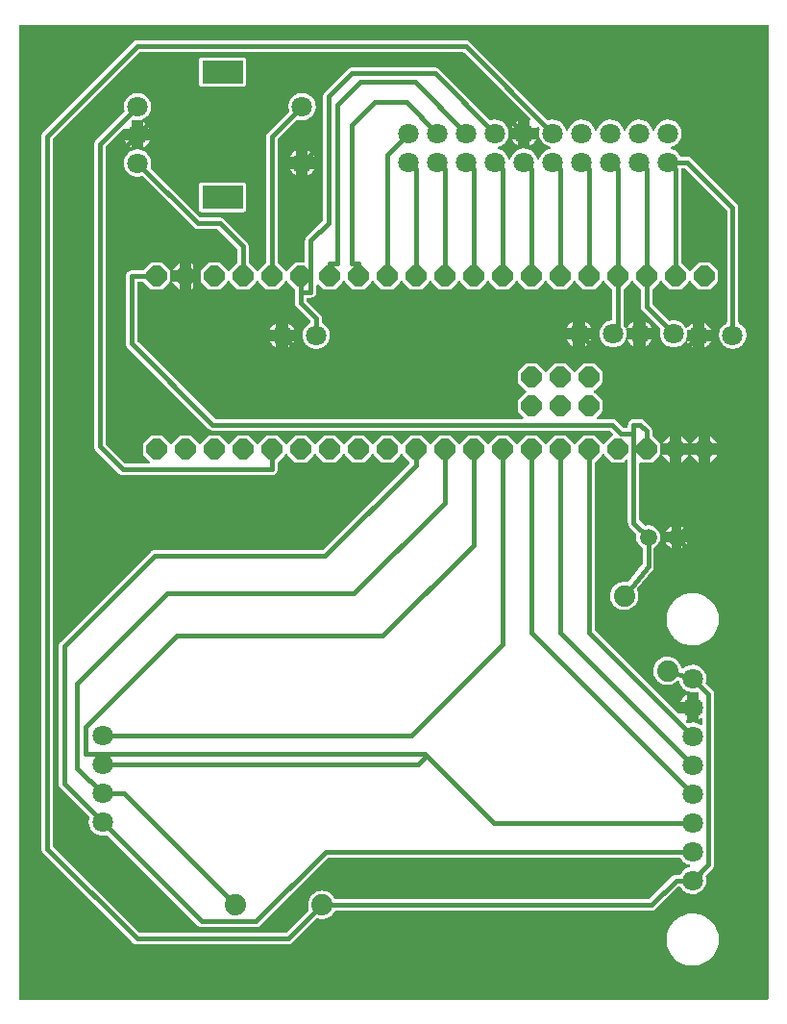
<source format=gtl>
G04 Layer: TopLayer*
G04 EasyEDA v6.5.29, 2023-07-23 13:13:55*
G04 121b0214f77d4f04981b34128f4af4b8,e855215096054eb7bd5858a7ef804e70,10*
G04 Gerber Generator version 0.2*
G04 Scale: 100 percent, Rotated: No, Reflected: No *
G04 Dimensions in millimeters *
G04 leading zeros omitted , absolute positions ,4 integer and 5 decimal *
%FSLAX45Y45*%
%MOMM*%

%AMMACRO1*4,1,8,0.3694,-0.8918,0.8917,-0.3693,0.8917,0.3693,0.3694,0.8918,-0.3692,0.8918,-0.8917,0.3693,-0.8917,-0.3693,-0.3692,-0.8918,0.3694,-0.8918,0*%
%AMMACRO2*4,1,8,0.3693,-0.8918,0.8918,-0.3693,0.8918,0.3693,0.3693,0.8918,-0.3693,0.8918,-0.8918,0.3693,-0.8918,-0.3693,-0.3693,-0.8918,0.3693,-0.8918,0*%
%ADD10C,0.4000*%
%ADD11C,1.8000*%
%ADD12C,1.5000*%
%ADD13C,1.8796*%
%ADD14C,1.8009*%
%ADD15R,3.5992X1.9990*%
%ADD16MACRO1*%
%ADD17MACRO2*%
%ADD18C,1.8800*%
%ADD19C,0.0176*%

%LPD*%
G36*
X123698Y139700D02*
G01*
X119786Y140462D01*
X116535Y142697D01*
X114300Y145948D01*
X113537Y149860D01*
X113537Y8715502D01*
X114300Y8719413D01*
X116535Y8722664D01*
X119786Y8724900D01*
X123698Y8725662D01*
X6708902Y8725662D01*
X6712813Y8724900D01*
X6716064Y8722664D01*
X6718300Y8719413D01*
X6719062Y8715502D01*
X6719062Y149860D01*
X6718300Y145948D01*
X6716064Y142697D01*
X6712813Y140462D01*
X6708902Y139700D01*
G37*

%LPC*%
G36*
X1729892Y8176463D02*
G01*
X2088794Y8176463D01*
X2095246Y8177123D01*
X2100935Y8178850D01*
X2106218Y8181644D01*
X2110841Y8185454D01*
X2114600Y8190077D01*
X2117445Y8195309D01*
X2119172Y8201050D01*
X2119782Y8207502D01*
X2119782Y8406384D01*
X2119172Y8412835D01*
X2117445Y8418525D01*
X2114600Y8423808D01*
X2110841Y8428431D01*
X2106218Y8432190D01*
X2100935Y8435035D01*
X2095246Y8436762D01*
X2088794Y8437372D01*
X1729892Y8437372D01*
X1723440Y8436762D01*
X1717700Y8435035D01*
X1712468Y8432190D01*
X1707845Y8428431D01*
X1704035Y8423808D01*
X1701241Y8418525D01*
X1699514Y8412835D01*
X1698853Y8406384D01*
X1698853Y8207502D01*
X1699514Y8201050D01*
X1701241Y8195309D01*
X1704035Y8190077D01*
X1707845Y8185454D01*
X1712468Y8181644D01*
X1717700Y8178850D01*
X1723440Y8177123D01*
G37*
G36*
X1156716Y624992D02*
G01*
X2488234Y624992D01*
X2492857Y625195D01*
X2497226Y625754D01*
X2501544Y626719D01*
X2505710Y628040D01*
X2509774Y629716D01*
X2513685Y631748D01*
X2517394Y634136D01*
X2520899Y636828D01*
X2524302Y639927D01*
X2737815Y853440D01*
X2740812Y855522D01*
X2744368Y856386D01*
X2748026Y855929D01*
X2757119Y853084D01*
X2771902Y850392D01*
X2786888Y849477D01*
X2801924Y850392D01*
X2816707Y853084D01*
X2831033Y857554D01*
X2844749Y863752D01*
X2857601Y871524D01*
X2869438Y880770D01*
X2880055Y891387D01*
X2889351Y903224D01*
X2899968Y920597D01*
X2903169Y922731D01*
X2906979Y923442D01*
X5690158Y923442D01*
X5694781Y923645D01*
X5699150Y924204D01*
X5703468Y925169D01*
X5707634Y926490D01*
X5711698Y928166D01*
X5715609Y930198D01*
X5719318Y932586D01*
X5722823Y935278D01*
X5726226Y938377D01*
X5924245Y1136345D01*
X5927496Y1138580D01*
X5931408Y1139342D01*
X5935370Y1139342D01*
X5938926Y1138682D01*
X5942025Y1136853D01*
X5944311Y1134008D01*
X5948375Y1126439D01*
X5956909Y1114298D01*
X5966917Y1103376D01*
X5978194Y1093724D01*
X5990539Y1085494D01*
X6003848Y1078890D01*
X6017818Y1073962D01*
X6032296Y1070813D01*
X6047079Y1069441D01*
X6061913Y1069898D01*
X6076594Y1072134D01*
X6090869Y1076198D01*
X6104483Y1081989D01*
X6117336Y1089406D01*
X6129172Y1098346D01*
X6139840Y1108659D01*
X6149136Y1120241D01*
X6156960Y1132840D01*
X6163157Y1146302D01*
X6167628Y1160475D01*
X6170371Y1175054D01*
X6171285Y1189837D01*
X6170371Y1204671D01*
X6167628Y1219250D01*
X6165646Y1225499D01*
X6165189Y1229156D01*
X6166053Y1232763D01*
X6168136Y1235760D01*
X6227572Y1295196D01*
X6230721Y1298600D01*
X6233414Y1302105D01*
X6235750Y1305814D01*
X6237782Y1309725D01*
X6239459Y1313789D01*
X6240780Y1318006D01*
X6241745Y1322324D01*
X6242354Y1326692D01*
X6242558Y1331315D01*
X6242558Y2826410D01*
X6242354Y2831033D01*
X6241745Y2835402D01*
X6240780Y2839720D01*
X6239459Y2843885D01*
X6237782Y2847949D01*
X6235750Y2851861D01*
X6233414Y2855569D01*
X6230721Y2859074D01*
X6227572Y2862478D01*
X6168136Y2921914D01*
X6166053Y2924962D01*
X6165189Y2928518D01*
X6165646Y2932176D01*
X6167628Y2938475D01*
X6170371Y2953054D01*
X6171285Y2967837D01*
X6170371Y2982671D01*
X6167628Y2997250D01*
X6163157Y3011373D01*
X6156960Y3024835D01*
X6149136Y3037484D01*
X6139840Y3049016D01*
X6129172Y3059328D01*
X6117336Y3068269D01*
X6104483Y3075686D01*
X6090869Y3081477D01*
X6076594Y3085541D01*
X6061913Y3087827D01*
X6047079Y3088284D01*
X6032296Y3086912D01*
X6017818Y3083763D01*
X6003848Y3078784D01*
X5990539Y3072180D01*
X5978194Y3064002D01*
X5967577Y3054908D01*
X5963920Y3052927D01*
X5959805Y3052521D01*
X5955842Y3053842D01*
X5952794Y3056636D01*
X5951067Y3060395D01*
X5948832Y3070199D01*
X5943803Y3084322D01*
X5937097Y3097784D01*
X5928817Y3110331D01*
X5919063Y3121812D01*
X5907989Y3131972D01*
X5895797Y3140760D01*
X5882640Y3148025D01*
X5868720Y3153613D01*
X5854192Y3157524D01*
X5839307Y3159658D01*
X5824270Y3159963D01*
X5809284Y3158439D01*
X5794654Y3155137D01*
X5780481Y3150057D01*
X5767019Y3143351D01*
X5754471Y3135071D01*
X5743041Y3125317D01*
X5732830Y3114294D01*
X5724042Y3102102D01*
X5716828Y3088894D01*
X5711190Y3074974D01*
X5707278Y3060446D01*
X5705195Y3045561D01*
X5704890Y3030524D01*
X5706414Y3015589D01*
X5709716Y3000908D01*
X5714746Y2986735D01*
X5721451Y2973324D01*
X5729732Y2960776D01*
X5739485Y2949295D01*
X5750560Y2939135D01*
X5762752Y2930347D01*
X5775909Y2923082D01*
X5789828Y2917444D01*
X5804357Y2913583D01*
X5819241Y2911449D01*
X5834278Y2911144D01*
X5849264Y2912668D01*
X5863894Y2915970D01*
X5878068Y2921000D01*
X5891530Y2927756D01*
X5904077Y2936036D01*
X5915507Y2945790D01*
X5919571Y2948787D01*
X5923838Y2949549D01*
X5928004Y2948482D01*
X5931408Y2945790D01*
X5933338Y2941878D01*
X5935980Y2931312D01*
X5941364Y2917494D01*
X5948375Y2904439D01*
X5956909Y2892298D01*
X5966917Y2881325D01*
X5978194Y2871673D01*
X5990539Y2863494D01*
X6003848Y2856890D01*
X6017818Y2851962D01*
X6032296Y2848762D01*
X6047079Y2847441D01*
X6061913Y2847898D01*
X6076594Y2850134D01*
X6086805Y2853080D01*
X6090361Y2853436D01*
X6093815Y2852521D01*
X6096762Y2850489D01*
X6104077Y2843123D01*
X6106160Y2840126D01*
X6107023Y2836570D01*
X6106566Y2832963D01*
X6104890Y2829712D01*
X6102146Y2827274D01*
X6102146Y2765196D01*
X6131356Y2765196D01*
X6135268Y2764434D01*
X6138519Y2762199D01*
X6140754Y2758948D01*
X6141516Y2755036D01*
X6141516Y2672638D01*
X6140754Y2668778D01*
X6138519Y2665476D01*
X6135268Y2663291D01*
X6131356Y2662478D01*
X6102146Y2662478D01*
X6102146Y2604973D01*
X6104483Y2605989D01*
X6117336Y2613406D01*
X6125210Y2619349D01*
X6129324Y2621229D01*
X6133795Y2621127D01*
X6137757Y2619146D01*
X6140551Y2615590D01*
X6141516Y2611272D01*
X6141516Y2562453D01*
X6140551Y2558084D01*
X6137757Y2554579D01*
X6133795Y2552598D01*
X6129324Y2552496D01*
X6125210Y2554325D01*
X6117336Y2560269D01*
X6104483Y2567686D01*
X6090869Y2573477D01*
X6076594Y2577541D01*
X6061913Y2579827D01*
X6047079Y2580284D01*
X6032296Y2578912D01*
X6017818Y2575763D01*
X6015380Y2574848D01*
X6011621Y2574290D01*
X6007912Y2575153D01*
X6004814Y2577287D01*
X5997397Y2584653D01*
X5995314Y2587701D01*
X5994450Y2591308D01*
X5994908Y2594965D01*
X5996686Y2598216D01*
X5999429Y2600604D01*
X5999429Y2662478D01*
X5937656Y2662478D01*
X5935218Y2659684D01*
X5931966Y2657906D01*
X5928309Y2657449D01*
X5924702Y2658313D01*
X5921654Y2660396D01*
X5189880Y3392220D01*
X5187696Y3395472D01*
X5186934Y3399383D01*
X5186934Y4865116D01*
X5187899Y4869434D01*
X5190642Y4872939D01*
X5195265Y4876749D01*
X5246776Y4928311D01*
X5250891Y4933289D01*
X5254193Y4939436D01*
X5256428Y4942281D01*
X5259578Y4944160D01*
X5263642Y4944821D01*
X5267248Y4944160D01*
X5270347Y4942281D01*
X5272633Y4939436D01*
X5275884Y4933289D01*
X5279999Y4928311D01*
X5331561Y4876749D01*
X5336540Y4872634D01*
X5341823Y4869840D01*
X5347512Y4868113D01*
X5353964Y4867452D01*
X5426811Y4867452D01*
X5433263Y4868113D01*
X5439003Y4869840D01*
X5444236Y4872634D01*
X5449265Y4876749D01*
X5463794Y4891278D01*
X5467045Y4893462D01*
X5470956Y4894224D01*
X5474868Y4893462D01*
X5478119Y4891278D01*
X5480354Y4887976D01*
X5481116Y4884064D01*
X5481116Y4340148D01*
X5481320Y4335526D01*
X5481878Y4331157D01*
X5482844Y4326839D01*
X5484164Y4322673D01*
X5485841Y4318609D01*
X5487873Y4314698D01*
X5490260Y4310989D01*
X5492953Y4307484D01*
X5496052Y4304080D01*
X5553913Y4246219D01*
X5555843Y4243527D01*
X5556758Y4240377D01*
X5556656Y4237075D01*
X5554522Y4226204D01*
X5553608Y4212437D01*
X5554522Y4198670D01*
X5557215Y4185158D01*
X5561634Y4172102D01*
X5567730Y4159707D01*
X5575401Y4148226D01*
X5584494Y4137863D01*
X5594908Y4128770D01*
X5604103Y4122623D01*
X5606491Y4120337D01*
X5608066Y4117441D01*
X5608624Y4114190D01*
X5608624Y3974846D01*
X5608015Y3971442D01*
X5606288Y3968394D01*
X5485130Y3820414D01*
X5482183Y3817924D01*
X5478475Y3816756D01*
X5458307Y3819550D01*
X5443270Y3819855D01*
X5428335Y3818331D01*
X5413654Y3815029D01*
X5399481Y3809949D01*
X5386019Y3803243D01*
X5373522Y3794963D01*
X5362041Y3785209D01*
X5351830Y3774186D01*
X5343042Y3761994D01*
X5335828Y3748786D01*
X5330190Y3734866D01*
X5326329Y3720337D01*
X5324195Y3705453D01*
X5323890Y3690416D01*
X5325414Y3675481D01*
X5328716Y3660800D01*
X5333746Y3646627D01*
X5340451Y3633215D01*
X5348782Y3620668D01*
X5358485Y3609187D01*
X5369560Y3599027D01*
X5381752Y3590239D01*
X5394909Y3582974D01*
X5408879Y3577336D01*
X5423408Y3573475D01*
X5438292Y3571341D01*
X5453278Y3571036D01*
X5468264Y3572560D01*
X5482894Y3575862D01*
X5497068Y3580892D01*
X5510530Y3587648D01*
X5523077Y3595928D01*
X5534507Y3605682D01*
X5544718Y3616706D01*
X5553506Y3628898D01*
X5560771Y3642055D01*
X5566359Y3656025D01*
X5570270Y3670554D01*
X5572353Y3685438D01*
X5572658Y3700475D01*
X5571185Y3715410D01*
X5567883Y3730091D01*
X5561126Y3749294D01*
X5561533Y3753104D01*
X5563362Y3756507D01*
X5697931Y3920845D01*
X5702808Y3927906D01*
X5706516Y3935933D01*
X5708802Y3944416D01*
X5709615Y3953611D01*
X5709615Y4114190D01*
X5710174Y4117441D01*
X5711698Y4120387D01*
X5714136Y4122623D01*
X5723331Y4128770D01*
X5733694Y4137863D01*
X5742787Y4148226D01*
X5750458Y4159707D01*
X5756554Y4172102D01*
X5760974Y4185158D01*
X5763666Y4198670D01*
X5764580Y4212437D01*
X5763666Y4226204D01*
X5760974Y4239768D01*
X5756554Y4252823D01*
X5750458Y4265168D01*
X5742787Y4276648D01*
X5733694Y4287062D01*
X5723331Y4296156D01*
X5711850Y4303826D01*
X5699455Y4309922D01*
X5686399Y4314342D01*
X5672886Y4317034D01*
X5659120Y4317949D01*
X5645353Y4317034D01*
X5634482Y4314901D01*
X5631180Y4314748D01*
X5628030Y4315714D01*
X5625338Y4317644D01*
X5585104Y4357878D01*
X5582920Y4361180D01*
X5582158Y4365040D01*
X5582158Y4860290D01*
X5582818Y4863998D01*
X5584850Y4867198D01*
X5587847Y4869434D01*
X5591505Y4870399D01*
X5595264Y4869992D01*
X5601512Y4868113D01*
X5607964Y4867452D01*
X5680811Y4867452D01*
X5687263Y4868113D01*
X5693003Y4869840D01*
X5698236Y4872634D01*
X5703265Y4876749D01*
X5754776Y4928311D01*
X5758891Y4933289D01*
X5762193Y4939436D01*
X5764682Y4942433D01*
X5764225Y4943195D01*
X5763768Y4947361D01*
X5764072Y4950714D01*
X5764072Y5023561D01*
X5763768Y5026914D01*
X5764428Y5031994D01*
X5762193Y5034838D01*
X5758891Y5040985D01*
X5754776Y5046014D01*
X5703265Y5097526D01*
X5698642Y5101336D01*
X5695899Y5104841D01*
X5694934Y5109210D01*
X5694934Y5147208D01*
X5694730Y5151831D01*
X5694121Y5156200D01*
X5693156Y5160518D01*
X5691835Y5164683D01*
X5690158Y5168747D01*
X5688126Y5172659D01*
X5685790Y5176367D01*
X5683097Y5179872D01*
X5679948Y5183276D01*
X5624677Y5238546D01*
X5620105Y5242661D01*
X5617870Y5244338D01*
X5612739Y5247487D01*
X5610250Y5248757D01*
X5604662Y5250992D01*
X5601970Y5251805D01*
X5596077Y5253024D01*
X5593334Y5253329D01*
X5587136Y5253532D01*
X5530646Y5252008D01*
X5522925Y5251246D01*
X5514340Y5248960D01*
X5506415Y5245252D01*
X5499201Y5240172D01*
X5492953Y5233974D01*
X5487924Y5226761D01*
X5484215Y5218785D01*
X5481929Y5210302D01*
X5481116Y5201107D01*
X5481116Y5187492D01*
X5480354Y5183632D01*
X5478119Y5180330D01*
X5474868Y5178145D01*
X5470956Y5177332D01*
X5440934Y5177332D01*
X5437022Y5178145D01*
X5433771Y5180330D01*
X5375452Y5238597D01*
X5372049Y5241747D01*
X5368544Y5244439D01*
X5364835Y5246776D01*
X5360924Y5248808D01*
X5356860Y5250484D01*
X5352694Y5251805D01*
X5348376Y5252770D01*
X5344007Y5253380D01*
X5339384Y5253532D01*
X5215585Y5253532D01*
X5211724Y5254345D01*
X5208422Y5256530D01*
X5206187Y5259832D01*
X5205425Y5263692D01*
X5206187Y5267604D01*
X5208422Y5270906D01*
X5246776Y5309311D01*
X5250891Y5314289D01*
X5253736Y5319572D01*
X5255463Y5325262D01*
X5256072Y5331714D01*
X5256072Y5404561D01*
X5255463Y5411012D01*
X5253736Y5416753D01*
X5250891Y5421985D01*
X5246776Y5427014D01*
X5195265Y5478526D01*
X5190236Y5482640D01*
X5184089Y5485942D01*
X5181244Y5488178D01*
X5179364Y5491327D01*
X5178755Y5495391D01*
X5179364Y5498998D01*
X5181244Y5502097D01*
X5184089Y5504383D01*
X5190236Y5507634D01*
X5195265Y5511749D01*
X5246776Y5563311D01*
X5250891Y5568289D01*
X5253736Y5573572D01*
X5255463Y5579262D01*
X5256072Y5585714D01*
X5256072Y5658561D01*
X5255463Y5665012D01*
X5253736Y5670753D01*
X5250891Y5675985D01*
X5246776Y5681014D01*
X5195265Y5732526D01*
X5190236Y5736640D01*
X5185003Y5739485D01*
X5179263Y5741212D01*
X5172811Y5741822D01*
X5099964Y5741822D01*
X5093512Y5741212D01*
X5087823Y5739485D01*
X5082540Y5736640D01*
X5077561Y5732526D01*
X5025999Y5681014D01*
X5021884Y5675985D01*
X5018633Y5669838D01*
X5016347Y5666994D01*
X5013248Y5665114D01*
X5009134Y5664504D01*
X5005578Y5665114D01*
X5002428Y5666994D01*
X5000193Y5669838D01*
X4996891Y5675985D01*
X4992776Y5681014D01*
X4941265Y5732526D01*
X4936236Y5736640D01*
X4931003Y5739485D01*
X4925263Y5741212D01*
X4918811Y5741822D01*
X4845964Y5741822D01*
X4839512Y5741212D01*
X4833823Y5739485D01*
X4828540Y5736640D01*
X4823561Y5732526D01*
X4771999Y5681014D01*
X4767884Y5675985D01*
X4764633Y5669838D01*
X4762347Y5666994D01*
X4759248Y5665114D01*
X4755134Y5664504D01*
X4751578Y5665114D01*
X4748428Y5666994D01*
X4746193Y5669838D01*
X4742891Y5675985D01*
X4738776Y5681014D01*
X4687265Y5732526D01*
X4682236Y5736640D01*
X4677003Y5739485D01*
X4671263Y5741212D01*
X4664811Y5741822D01*
X4591964Y5741822D01*
X4585512Y5741212D01*
X4579823Y5739485D01*
X4574540Y5736640D01*
X4569561Y5732526D01*
X4517999Y5681014D01*
X4513884Y5675985D01*
X4511090Y5670753D01*
X4509363Y5665012D01*
X4508703Y5658561D01*
X4508703Y5585714D01*
X4509363Y5579262D01*
X4511090Y5573572D01*
X4513884Y5568289D01*
X4517999Y5563311D01*
X4569561Y5511749D01*
X4574540Y5507634D01*
X4580686Y5504383D01*
X4583531Y5502097D01*
X4585411Y5498998D01*
X4586071Y5494883D01*
X4585411Y5491327D01*
X4583531Y5488178D01*
X4580686Y5485942D01*
X4574540Y5482640D01*
X4569561Y5478526D01*
X4517999Y5427014D01*
X4513884Y5421985D01*
X4511090Y5416753D01*
X4509363Y5411012D01*
X4508703Y5404561D01*
X4508703Y5331714D01*
X4509363Y5325262D01*
X4511090Y5319572D01*
X4513884Y5314289D01*
X4517999Y5309311D01*
X4556404Y5270906D01*
X4558588Y5267604D01*
X4559350Y5263692D01*
X4558588Y5259832D01*
X4556404Y5256530D01*
X4553102Y5254345D01*
X4549190Y5253532D01*
X1848357Y5253532D01*
X1844446Y5254345D01*
X1841195Y5256530D01*
X1159154Y5938570D01*
X1156970Y5941822D01*
X1156208Y5945733D01*
X1156208Y6450482D01*
X1156970Y6454394D01*
X1159154Y6457645D01*
X1162456Y6459880D01*
X1166368Y6460642D01*
X1204366Y6460642D01*
X1208684Y6459677D01*
X1212189Y6456934D01*
X1215999Y6452311D01*
X1267561Y6400749D01*
X1272540Y6396634D01*
X1277823Y6393840D01*
X1283512Y6392113D01*
X1289964Y6391452D01*
X1362811Y6391452D01*
X1369263Y6392113D01*
X1375003Y6393840D01*
X1380236Y6396634D01*
X1385265Y6400749D01*
X1436776Y6452311D01*
X1440891Y6457289D01*
X1444193Y6463436D01*
X1446682Y6466433D01*
X1446225Y6467195D01*
X1445768Y6471361D01*
X1446072Y6474714D01*
X1446072Y6547561D01*
X1445768Y6550914D01*
X1446428Y6555994D01*
X1444193Y6558838D01*
X1440891Y6564985D01*
X1436776Y6570014D01*
X1385265Y6621525D01*
X1380236Y6625640D01*
X1375003Y6628485D01*
X1369263Y6630212D01*
X1362811Y6630822D01*
X1289964Y6630822D01*
X1283512Y6630212D01*
X1277823Y6628485D01*
X1272540Y6625640D01*
X1267561Y6621525D01*
X1215999Y6570014D01*
X1212189Y6565392D01*
X1208684Y6562648D01*
X1204366Y6561632D01*
X1106119Y6561632D01*
X1096924Y6560870D01*
X1088390Y6558584D01*
X1080465Y6554876D01*
X1073251Y6549796D01*
X1067003Y6543598D01*
X1061974Y6536385D01*
X1058265Y6528409D01*
X1055979Y6519926D01*
X1055166Y6510731D01*
X1055166Y5920841D01*
X1055370Y5916218D01*
X1055928Y5911850D01*
X1056894Y5907532D01*
X1058214Y5903315D01*
X1059891Y5899251D01*
X1061923Y5895340D01*
X1064310Y5891631D01*
X1067003Y5888126D01*
X1070102Y5884722D01*
X1787347Y5167477D01*
X1790750Y5164378D01*
X1794256Y5161686D01*
X1797964Y5159298D01*
X1801875Y5157266D01*
X1805939Y5155590D01*
X1810156Y5154269D01*
X1814474Y5153304D01*
X1818843Y5152745D01*
X1823466Y5152542D01*
X5314492Y5152542D01*
X5318353Y5151780D01*
X5321655Y5149545D01*
X5348986Y5122265D01*
X5351221Y5118760D01*
X5351932Y5114696D01*
X5350916Y5110632D01*
X5348376Y5107330D01*
X5344718Y5105349D01*
X5341823Y5104485D01*
X5336540Y5101640D01*
X5331561Y5097526D01*
X5279999Y5046014D01*
X5275884Y5040985D01*
X5272633Y5034838D01*
X5270347Y5031994D01*
X5267248Y5030114D01*
X5263134Y5029504D01*
X5259578Y5030114D01*
X5256428Y5031994D01*
X5254193Y5034838D01*
X5250891Y5040985D01*
X5246776Y5046014D01*
X5195265Y5097526D01*
X5190236Y5101640D01*
X5185003Y5104485D01*
X5179263Y5106212D01*
X5172811Y5106822D01*
X5099964Y5106822D01*
X5093512Y5106212D01*
X5087823Y5104485D01*
X5082540Y5101640D01*
X5077561Y5097526D01*
X5025999Y5046014D01*
X5021884Y5040985D01*
X5018633Y5034838D01*
X5016347Y5031994D01*
X5013248Y5030114D01*
X5009134Y5029504D01*
X5005578Y5030114D01*
X5002428Y5031994D01*
X5000193Y5034838D01*
X4996891Y5040985D01*
X4992776Y5046014D01*
X4941265Y5097526D01*
X4936236Y5101640D01*
X4931003Y5104485D01*
X4925263Y5106212D01*
X4918811Y5106822D01*
X4845964Y5106822D01*
X4839512Y5106212D01*
X4833823Y5104485D01*
X4828540Y5101640D01*
X4823561Y5097526D01*
X4771999Y5046014D01*
X4767884Y5040985D01*
X4764633Y5034838D01*
X4762347Y5031994D01*
X4759248Y5030114D01*
X4755134Y5029504D01*
X4751578Y5030114D01*
X4748428Y5031994D01*
X4746193Y5034838D01*
X4742891Y5040985D01*
X4738776Y5046014D01*
X4687265Y5097526D01*
X4682236Y5101640D01*
X4677003Y5104485D01*
X4671263Y5106212D01*
X4664811Y5106822D01*
X4591964Y5106822D01*
X4585512Y5106212D01*
X4579823Y5104485D01*
X4574540Y5101640D01*
X4569561Y5097526D01*
X4517999Y5046014D01*
X4513884Y5040985D01*
X4510633Y5034838D01*
X4508347Y5031994D01*
X4505248Y5030114D01*
X4501134Y5029504D01*
X4497578Y5030114D01*
X4494428Y5031994D01*
X4492193Y5034838D01*
X4488891Y5040985D01*
X4484776Y5046014D01*
X4433265Y5097526D01*
X4428236Y5101640D01*
X4423003Y5104485D01*
X4417263Y5106212D01*
X4410811Y5106822D01*
X4337964Y5106822D01*
X4331512Y5106212D01*
X4325823Y5104485D01*
X4320540Y5101640D01*
X4315561Y5097526D01*
X4263999Y5046014D01*
X4259884Y5040985D01*
X4256633Y5034838D01*
X4254347Y5031994D01*
X4251248Y5030114D01*
X4247134Y5029504D01*
X4243578Y5030114D01*
X4240428Y5031994D01*
X4238193Y5034838D01*
X4234891Y5040985D01*
X4230776Y5046014D01*
X4179265Y5097526D01*
X4174236Y5101640D01*
X4169003Y5104485D01*
X4163263Y5106212D01*
X4156811Y5106822D01*
X4083964Y5106822D01*
X4077512Y5106212D01*
X4071823Y5104485D01*
X4066540Y5101640D01*
X4061561Y5097526D01*
X4009999Y5046014D01*
X4005884Y5040985D01*
X4002633Y5034838D01*
X4000347Y5031994D01*
X3997248Y5030114D01*
X3993134Y5029504D01*
X3989578Y5030114D01*
X3986428Y5031994D01*
X3984193Y5034838D01*
X3980891Y5040985D01*
X3976776Y5046014D01*
X3925265Y5097526D01*
X3920236Y5101640D01*
X3915003Y5104485D01*
X3909263Y5106212D01*
X3902811Y5106822D01*
X3829964Y5106822D01*
X3823512Y5106212D01*
X3817823Y5104485D01*
X3812540Y5101640D01*
X3807561Y5097526D01*
X3755999Y5046014D01*
X3751884Y5040985D01*
X3748633Y5034838D01*
X3746347Y5031994D01*
X3743248Y5030114D01*
X3739134Y5029504D01*
X3735578Y5030114D01*
X3732428Y5031994D01*
X3730193Y5034838D01*
X3726891Y5040985D01*
X3722776Y5046014D01*
X3671265Y5097526D01*
X3666236Y5101640D01*
X3661003Y5104485D01*
X3655263Y5106212D01*
X3648811Y5106822D01*
X3575964Y5106822D01*
X3569512Y5106212D01*
X3563823Y5104485D01*
X3558540Y5101640D01*
X3553561Y5097526D01*
X3501999Y5046014D01*
X3497884Y5040985D01*
X3494633Y5034838D01*
X3492347Y5031994D01*
X3489248Y5030114D01*
X3485134Y5029504D01*
X3481578Y5030114D01*
X3478428Y5031994D01*
X3476193Y5034838D01*
X3472891Y5040985D01*
X3468776Y5046014D01*
X3417265Y5097526D01*
X3412236Y5101640D01*
X3407003Y5104485D01*
X3401263Y5106212D01*
X3394811Y5106822D01*
X3321964Y5106822D01*
X3315512Y5106212D01*
X3309823Y5104485D01*
X3304540Y5101640D01*
X3299561Y5097526D01*
X3247999Y5046014D01*
X3243884Y5040985D01*
X3240633Y5034838D01*
X3238347Y5031994D01*
X3235248Y5030114D01*
X3231134Y5029504D01*
X3227578Y5030114D01*
X3224428Y5031994D01*
X3222193Y5034838D01*
X3218891Y5040985D01*
X3214776Y5046014D01*
X3163265Y5097526D01*
X3158236Y5101640D01*
X3153003Y5104485D01*
X3147263Y5106212D01*
X3140811Y5106822D01*
X3067964Y5106822D01*
X3061512Y5106212D01*
X3055823Y5104485D01*
X3050540Y5101640D01*
X3045561Y5097526D01*
X2993999Y5046014D01*
X2989884Y5040985D01*
X2986633Y5034838D01*
X2984347Y5031994D01*
X2981248Y5030114D01*
X2977134Y5029504D01*
X2973578Y5030114D01*
X2970428Y5031994D01*
X2968193Y5034838D01*
X2964891Y5040985D01*
X2960776Y5046014D01*
X2909265Y5097526D01*
X2904236Y5101640D01*
X2899003Y5104485D01*
X2893263Y5106212D01*
X2886811Y5106822D01*
X2813964Y5106822D01*
X2807512Y5106212D01*
X2801823Y5104485D01*
X2796540Y5101640D01*
X2791561Y5097526D01*
X2739999Y5046014D01*
X2735884Y5040985D01*
X2732633Y5034838D01*
X2730347Y5031994D01*
X2727248Y5030114D01*
X2723134Y5029504D01*
X2719578Y5030114D01*
X2716428Y5031994D01*
X2714193Y5034838D01*
X2710891Y5040985D01*
X2706776Y5046014D01*
X2655265Y5097526D01*
X2650236Y5101640D01*
X2645003Y5104485D01*
X2639263Y5106212D01*
X2632811Y5106822D01*
X2559964Y5106822D01*
X2553512Y5106212D01*
X2547823Y5104485D01*
X2542540Y5101640D01*
X2537561Y5097526D01*
X2485999Y5046014D01*
X2481884Y5040985D01*
X2478633Y5034838D01*
X2476347Y5031994D01*
X2473248Y5030114D01*
X2469134Y5029504D01*
X2465578Y5030114D01*
X2462428Y5031994D01*
X2460193Y5034838D01*
X2456891Y5040985D01*
X2452776Y5046014D01*
X2401265Y5097526D01*
X2396236Y5101640D01*
X2391003Y5104485D01*
X2385263Y5106212D01*
X2378811Y5106822D01*
X2305964Y5106822D01*
X2299512Y5106212D01*
X2293823Y5104485D01*
X2288540Y5101640D01*
X2283561Y5097526D01*
X2231999Y5046014D01*
X2227884Y5040985D01*
X2224633Y5034838D01*
X2222347Y5031994D01*
X2219248Y5030114D01*
X2215134Y5029504D01*
X2211578Y5030114D01*
X2208428Y5031994D01*
X2206193Y5034838D01*
X2202891Y5040985D01*
X2198776Y5046014D01*
X2147265Y5097526D01*
X2142236Y5101640D01*
X2137003Y5104485D01*
X2131263Y5106212D01*
X2124811Y5106822D01*
X2051964Y5106822D01*
X2045512Y5106212D01*
X2039823Y5104485D01*
X2034539Y5101640D01*
X2029561Y5097526D01*
X1977999Y5046014D01*
X1973884Y5040985D01*
X1970633Y5034838D01*
X1968347Y5031994D01*
X1965248Y5030114D01*
X1961134Y5029504D01*
X1957578Y5030114D01*
X1954428Y5031994D01*
X1952193Y5034838D01*
X1948891Y5040985D01*
X1944776Y5046014D01*
X1893265Y5097526D01*
X1888236Y5101640D01*
X1883003Y5104485D01*
X1877263Y5106212D01*
X1870811Y5106822D01*
X1797964Y5106822D01*
X1791512Y5106212D01*
X1785823Y5104485D01*
X1780539Y5101640D01*
X1775561Y5097526D01*
X1723999Y5046014D01*
X1719884Y5040985D01*
X1716633Y5034838D01*
X1714347Y5031994D01*
X1711248Y5030114D01*
X1707134Y5029504D01*
X1703578Y5030114D01*
X1700428Y5031994D01*
X1698193Y5034838D01*
X1694891Y5040985D01*
X1690776Y5046014D01*
X1639265Y5097526D01*
X1634236Y5101640D01*
X1629003Y5104485D01*
X1623263Y5106212D01*
X1616811Y5106822D01*
X1543964Y5106822D01*
X1537512Y5106212D01*
X1531823Y5104485D01*
X1526540Y5101640D01*
X1521561Y5097526D01*
X1469999Y5046014D01*
X1465884Y5040985D01*
X1462633Y5034838D01*
X1460347Y5031994D01*
X1457248Y5030114D01*
X1453134Y5029504D01*
X1449578Y5030114D01*
X1446428Y5031994D01*
X1444193Y5034838D01*
X1440891Y5040985D01*
X1436776Y5046014D01*
X1385265Y5097526D01*
X1380236Y5101640D01*
X1375003Y5104485D01*
X1369263Y5106212D01*
X1362811Y5106822D01*
X1289964Y5106822D01*
X1283512Y5106212D01*
X1277823Y5104485D01*
X1272540Y5101640D01*
X1267561Y5097526D01*
X1215999Y5046014D01*
X1211884Y5040985D01*
X1209090Y5035753D01*
X1207363Y5030012D01*
X1206703Y5023561D01*
X1206703Y4950714D01*
X1207363Y4944262D01*
X1209090Y4938572D01*
X1211884Y4933289D01*
X1215999Y4928311D01*
X1267104Y4877206D01*
X1269288Y4873904D01*
X1270050Y4869992D01*
X1269288Y4866132D01*
X1267104Y4862830D01*
X1263802Y4860645D01*
X1259890Y4859832D01*
X1054608Y4859832D01*
X1050696Y4860645D01*
X1047445Y4862830D01*
X879754Y5030520D01*
X877569Y5033772D01*
X876808Y5037683D01*
X876808Y7645806D01*
X877569Y7649667D01*
X879754Y7652969D01*
X1030935Y7804150D01*
X1034237Y7806334D01*
X1038098Y7807096D01*
X1108659Y7807096D01*
X1108659Y7877657D01*
X1109421Y7881569D01*
X1111656Y7884820D01*
X1114094Y7887258D01*
X1117092Y7889392D01*
X1120698Y7890256D01*
X1124356Y7889798D01*
X1130655Y7887766D01*
X1145235Y7885074D01*
X1160018Y7884159D01*
X1174851Y7885074D01*
X1189431Y7887766D01*
X1203553Y7892288D01*
X1217066Y7898485D01*
X1229664Y7906308D01*
X1241247Y7915605D01*
X1251559Y7926273D01*
X1260500Y7938109D01*
X1267917Y7950962D01*
X1273708Y7964627D01*
X1277772Y7978902D01*
X1280058Y7993532D01*
X1280515Y8008366D01*
X1279144Y8023148D01*
X1275943Y8037677D01*
X1271016Y8051647D01*
X1264412Y8064957D01*
X1256233Y8077301D01*
X1246581Y8088579D01*
X1235608Y8098586D01*
X1223467Y8107172D01*
X1210411Y8114182D01*
X1196594Y8119516D01*
X1182166Y8123174D01*
X1167434Y8124952D01*
X1152601Y8124952D01*
X1137869Y8123174D01*
X1123492Y8119516D01*
X1109675Y8114182D01*
X1096568Y8107172D01*
X1084478Y8098586D01*
X1073505Y8088579D01*
X1063853Y8077301D01*
X1055624Y8064957D01*
X1049020Y8051647D01*
X1044092Y8037677D01*
X1040942Y8023148D01*
X1039571Y8008366D01*
X1040028Y7993532D01*
X1042314Y7978902D01*
X1045210Y7968640D01*
X1045565Y7965084D01*
X1044651Y7961630D01*
X1042619Y7958683D01*
X790702Y7706766D01*
X787603Y7703362D01*
X784910Y7699857D01*
X782523Y7696149D01*
X780491Y7692237D01*
X778814Y7688173D01*
X777494Y7684008D01*
X776528Y7679690D01*
X775970Y7675321D01*
X775766Y7670698D01*
X775766Y5012791D01*
X775970Y5008168D01*
X776528Y5003800D01*
X777494Y4999482D01*
X778814Y4995265D01*
X780491Y4991201D01*
X782523Y4987290D01*
X784910Y4983581D01*
X787603Y4980076D01*
X790702Y4976672D01*
X993597Y4773777D01*
X997000Y4770678D01*
X1000506Y4767986D01*
X1004214Y4765598D01*
X1008126Y4763566D01*
X1012190Y4761890D01*
X1016406Y4760569D01*
X1020724Y4759604D01*
X1025093Y4759045D01*
X1029716Y4758842D01*
X2341981Y4758842D01*
X2351176Y4759655D01*
X2359660Y4761941D01*
X2367635Y4765649D01*
X2374849Y4770678D01*
X2381046Y4776927D01*
X2386126Y4784140D01*
X2389835Y4792065D01*
X2392121Y4800600D01*
X2392934Y4809794D01*
X2392934Y4865116D01*
X2393899Y4869434D01*
X2396642Y4872939D01*
X2401265Y4876749D01*
X2452776Y4928311D01*
X2456891Y4933289D01*
X2460193Y4939436D01*
X2462428Y4942281D01*
X2465578Y4944160D01*
X2469642Y4944821D01*
X2473248Y4944160D01*
X2476347Y4942281D01*
X2478633Y4939436D01*
X2481884Y4933289D01*
X2485999Y4928311D01*
X2537561Y4876749D01*
X2542540Y4872634D01*
X2547823Y4869840D01*
X2553512Y4868113D01*
X2559964Y4867452D01*
X2632811Y4867452D01*
X2639263Y4868113D01*
X2645003Y4869840D01*
X2650236Y4872634D01*
X2655265Y4876749D01*
X2706776Y4928311D01*
X2710891Y4933289D01*
X2714193Y4939436D01*
X2716428Y4942281D01*
X2719578Y4944160D01*
X2723642Y4944821D01*
X2727248Y4944160D01*
X2730347Y4942281D01*
X2732633Y4939436D01*
X2735884Y4933289D01*
X2739999Y4928311D01*
X2791561Y4876749D01*
X2796540Y4872634D01*
X2801823Y4869840D01*
X2807512Y4868113D01*
X2813964Y4867452D01*
X2886811Y4867452D01*
X2893263Y4868113D01*
X2899003Y4869840D01*
X2904236Y4872634D01*
X2909265Y4876749D01*
X2960776Y4928311D01*
X2964891Y4933289D01*
X2968193Y4939436D01*
X2970428Y4942281D01*
X2973578Y4944160D01*
X2977642Y4944821D01*
X2981248Y4944160D01*
X2984347Y4942281D01*
X2986633Y4939436D01*
X2989884Y4933289D01*
X2993999Y4928311D01*
X3045561Y4876749D01*
X3050540Y4872634D01*
X3055823Y4869840D01*
X3061512Y4868113D01*
X3067964Y4867452D01*
X3140811Y4867452D01*
X3147263Y4868113D01*
X3153003Y4869840D01*
X3158236Y4872634D01*
X3163265Y4876749D01*
X3214776Y4928311D01*
X3218891Y4933289D01*
X3222193Y4939436D01*
X3224428Y4942281D01*
X3227578Y4944160D01*
X3231642Y4944821D01*
X3235248Y4944160D01*
X3238347Y4942281D01*
X3240633Y4939436D01*
X3243884Y4933289D01*
X3247999Y4928311D01*
X3299561Y4876749D01*
X3304540Y4872634D01*
X3309823Y4869840D01*
X3315512Y4868113D01*
X3321964Y4867452D01*
X3394811Y4867452D01*
X3401263Y4868113D01*
X3407003Y4869840D01*
X3412236Y4872634D01*
X3417265Y4876749D01*
X3468776Y4928311D01*
X3472891Y4933289D01*
X3476193Y4939436D01*
X3478428Y4942281D01*
X3481578Y4944160D01*
X3485642Y4944821D01*
X3489248Y4944160D01*
X3492347Y4942281D01*
X3494633Y4939436D01*
X3497884Y4933289D01*
X3501999Y4928311D01*
X3553561Y4876749D01*
X3557320Y4872532D01*
X3558387Y4868468D01*
X3557727Y4864303D01*
X3555441Y4860798D01*
X2795879Y4101236D01*
X2792577Y4099051D01*
X2788716Y4098239D01*
X1309522Y4098239D01*
X1304899Y4098086D01*
X1300530Y4097477D01*
X1296212Y4096512D01*
X1291996Y4095191D01*
X1287932Y4093514D01*
X1284020Y4091482D01*
X1280312Y4089146D01*
X1276807Y4086453D01*
X1273403Y4083304D01*
X479551Y3289452D01*
X476453Y3286048D01*
X473760Y3282543D01*
X471373Y3278835D01*
X469341Y3274923D01*
X467664Y3270859D01*
X466343Y3266694D01*
X465378Y3262376D01*
X464820Y3258007D01*
X464616Y3253384D01*
X464616Y2041753D01*
X464820Y2037130D01*
X465378Y2032762D01*
X466343Y2028443D01*
X467664Y2024278D01*
X469341Y2020214D01*
X471373Y2016302D01*
X473760Y2012594D01*
X476453Y2009089D01*
X479551Y2005685D01*
X733298Y1751939D01*
X735279Y1749094D01*
X736244Y1745742D01*
X735990Y1742287D01*
X732383Y1728012D01*
X730554Y1713280D01*
X730554Y1698447D01*
X732383Y1683715D01*
X735990Y1669338D01*
X741375Y1655470D01*
X748385Y1642414D01*
X756920Y1630324D01*
X766927Y1619351D01*
X778205Y1609699D01*
X790549Y1601520D01*
X803859Y1594916D01*
X817829Y1589989D01*
X832307Y1586788D01*
X847090Y1585417D01*
X861923Y1585874D01*
X876604Y1588160D01*
X886815Y1591056D01*
X890371Y1591411D01*
X893826Y1590497D01*
X896772Y1588465D01*
X1692910Y792327D01*
X1696313Y789228D01*
X1699818Y786536D01*
X1703527Y784148D01*
X1707438Y782116D01*
X1711502Y780440D01*
X1715668Y779119D01*
X1719986Y778154D01*
X1724355Y777595D01*
X1728978Y777392D01*
X2204008Y777392D01*
X2208631Y777595D01*
X2213000Y778154D01*
X2217318Y779119D01*
X2221484Y780440D01*
X2225548Y782116D01*
X2229459Y784148D01*
X2233168Y786536D01*
X2236673Y789228D01*
X2240076Y792327D01*
X2838145Y1390345D01*
X2841396Y1392580D01*
X2845308Y1393342D01*
X5935370Y1393342D01*
X5938926Y1392682D01*
X5942025Y1390853D01*
X5944311Y1388008D01*
X5948375Y1380439D01*
X5956909Y1368298D01*
X5966917Y1357376D01*
X5978194Y1347724D01*
X5990539Y1339494D01*
X6003848Y1332890D01*
X6017818Y1327962D01*
X6023254Y1326794D01*
X6026810Y1325219D01*
X6029553Y1322425D01*
X6031026Y1318818D01*
X6031026Y1314907D01*
X6029553Y1311300D01*
X6026810Y1308506D01*
X6023254Y1306931D01*
X6017818Y1305763D01*
X6003848Y1300835D01*
X5990539Y1294180D01*
X5978194Y1286002D01*
X5966917Y1276350D01*
X5956909Y1265377D01*
X5948375Y1253286D01*
X5944311Y1245717D01*
X5942025Y1242872D01*
X5938926Y1240993D01*
X5935319Y1240332D01*
X5906516Y1240332D01*
X5901893Y1240180D01*
X5897524Y1239570D01*
X5893206Y1238605D01*
X5888990Y1237284D01*
X5884926Y1235608D01*
X5881014Y1233576D01*
X5877306Y1231239D01*
X5873800Y1228547D01*
X5870397Y1225397D01*
X5672429Y1027430D01*
X5669127Y1025245D01*
X5665266Y1024432D01*
X2906979Y1024432D01*
X2903169Y1025194D01*
X2899968Y1027277D01*
X2889351Y1044651D01*
X2880055Y1056487D01*
X2869438Y1067104D01*
X2857601Y1076401D01*
X2844749Y1084173D01*
X2831033Y1090320D01*
X2816707Y1094790D01*
X2801924Y1097534D01*
X2786888Y1098397D01*
X2771902Y1097534D01*
X2757119Y1094790D01*
X2742742Y1090320D01*
X2729077Y1084173D01*
X2716174Y1076401D01*
X2704338Y1067104D01*
X2693720Y1056487D01*
X2684475Y1044651D01*
X2676702Y1031798D01*
X2670505Y1018082D01*
X2666034Y1003757D01*
X2663342Y988974D01*
X2662428Y973937D01*
X2663342Y958951D01*
X2666034Y944168D01*
X2668879Y935075D01*
X2669336Y931418D01*
X2668473Y927862D01*
X2666390Y924864D01*
X2470505Y728980D01*
X2467203Y726795D01*
X2463342Y725982D01*
X1181608Y725982D01*
X1177696Y726795D01*
X1174445Y728980D01*
X416204Y1487220D01*
X414020Y1490472D01*
X413258Y1494383D01*
X413258Y7717942D01*
X414020Y7721803D01*
X416204Y7725105D01*
X1174445Y8483295D01*
X1177696Y8485530D01*
X1181608Y8486292D01*
X4025442Y8486292D01*
X4029303Y8485530D01*
X4032605Y8483295D01*
X4618278Y7897622D01*
X4620361Y7894624D01*
X4621225Y7891018D01*
X4620768Y7887360D01*
X4619040Y7884159D01*
X4616246Y7881721D01*
X4616246Y7819796D01*
X4678070Y7819796D01*
X4680508Y7822590D01*
X4683760Y7824368D01*
X4687417Y7824825D01*
X4691024Y7823962D01*
X4694021Y7821879D01*
X4701540Y7814360D01*
X4703622Y7811312D01*
X4704486Y7807756D01*
X4704029Y7804099D01*
X4702048Y7797850D01*
X4699304Y7783271D01*
X4698390Y7768437D01*
X4699304Y7753654D01*
X4702048Y7739075D01*
X4706569Y7724902D01*
X4712766Y7711440D01*
X4720539Y7698841D01*
X4729835Y7687259D01*
X4740503Y7676946D01*
X4752340Y7668006D01*
X4765192Y7660589D01*
X4778857Y7654798D01*
X4791456Y7651242D01*
X4795316Y7649159D01*
X4797907Y7645704D01*
X4798872Y7641437D01*
X4797907Y7637221D01*
X4795316Y7633716D01*
X4791456Y7631684D01*
X4778857Y7628077D01*
X4765192Y7622286D01*
X4752340Y7614869D01*
X4740503Y7605928D01*
X4729835Y7595616D01*
X4720539Y7584084D01*
X4712766Y7571435D01*
X4706569Y7557973D01*
X4700371Y7538974D01*
X4697679Y7536129D01*
X4694072Y7534554D01*
X4690160Y7534452D01*
X4686503Y7535824D01*
X4683658Y7538466D01*
X4681982Y7541971D01*
X4679696Y7550962D01*
X4674362Y7564831D01*
X4667351Y7577886D01*
X4658766Y7589977D01*
X4648758Y7600950D01*
X4637532Y7610602D01*
X4625136Y7618780D01*
X4611878Y7625384D01*
X4597857Y7630363D01*
X4583379Y7633512D01*
X4568596Y7634884D01*
X4553762Y7634427D01*
X4539132Y7632141D01*
X4524857Y7628077D01*
X4511192Y7622286D01*
X4498340Y7614869D01*
X4486503Y7605928D01*
X4475835Y7595616D01*
X4466539Y7584084D01*
X4458766Y7571435D01*
X4452569Y7557973D01*
X4446371Y7538974D01*
X4443679Y7536129D01*
X4440072Y7534554D01*
X4436160Y7534452D01*
X4432503Y7535824D01*
X4429658Y7538466D01*
X4427982Y7541971D01*
X4425696Y7550962D01*
X4420362Y7564831D01*
X4413351Y7577886D01*
X4404766Y7589977D01*
X4394758Y7600950D01*
X4383532Y7610602D01*
X4371136Y7618780D01*
X4357878Y7625384D01*
X4343857Y7630363D01*
X4338472Y7631531D01*
X4334865Y7633055D01*
X4332122Y7635900D01*
X4330649Y7639507D01*
X4330649Y7643418D01*
X4332122Y7647025D01*
X4334865Y7649819D01*
X4338472Y7651394D01*
X4343857Y7652562D01*
X4357878Y7657490D01*
X4371136Y7664094D01*
X4383532Y7672273D01*
X4394758Y7681925D01*
X4404766Y7692898D01*
X4413351Y7705039D01*
X4420362Y7718094D01*
X4425696Y7731912D01*
X4429353Y7746288D01*
X4431182Y7761020D01*
X4431182Y7775854D01*
X4429353Y7790586D01*
X4425696Y7804962D01*
X4420362Y7818831D01*
X4413351Y7831886D01*
X4404766Y7843977D01*
X4394758Y7854950D01*
X4383532Y7864602D01*
X4371136Y7872780D01*
X4357878Y7879384D01*
X4343857Y7884363D01*
X4329379Y7887512D01*
X4314596Y7888884D01*
X4299762Y7888427D01*
X4285132Y7886141D01*
X4274921Y7883245D01*
X4271314Y7882890D01*
X4267860Y7883804D01*
X4264914Y7885836D01*
X3819702Y8331047D01*
X3816299Y8334197D01*
X3812794Y8336889D01*
X3809085Y8339226D01*
X3805174Y8341258D01*
X3801110Y8342934D01*
X3796944Y8344255D01*
X3792626Y8345220D01*
X3788257Y8345830D01*
X3783634Y8345982D01*
X3049016Y8345982D01*
X3044393Y8345830D01*
X3040024Y8345220D01*
X3035706Y8344255D01*
X3031490Y8342934D01*
X3027426Y8341258D01*
X3023514Y8339226D01*
X3019806Y8336889D01*
X3016300Y8334197D01*
X3012897Y8331047D01*
X2810002Y8128152D01*
X2806903Y8124748D01*
X2804210Y8121243D01*
X2801823Y8117535D01*
X2799791Y8113623D01*
X2798114Y8109559D01*
X2796794Y8105394D01*
X2795828Y8101075D01*
X2795270Y8096707D01*
X2795066Y8092084D01*
X2795066Y7006183D01*
X2794304Y7002272D01*
X2792069Y6999020D01*
X2651252Y6858152D01*
X2648153Y6854748D01*
X2645460Y6851243D01*
X2643073Y6847535D01*
X2641041Y6843623D01*
X2639364Y6839559D01*
X2638044Y6835394D01*
X2637078Y6831075D01*
X2636520Y6826707D01*
X2636316Y6822084D01*
X2636316Y6640982D01*
X2635554Y6637121D01*
X2633319Y6633819D01*
X2630068Y6631635D01*
X2626156Y6630822D01*
X2559964Y6630822D01*
X2553512Y6630212D01*
X2547823Y6628485D01*
X2542540Y6625640D01*
X2537561Y6621525D01*
X2485999Y6570014D01*
X2481884Y6564985D01*
X2478633Y6558838D01*
X2476347Y6555994D01*
X2473248Y6554114D01*
X2469134Y6553504D01*
X2465578Y6554114D01*
X2462428Y6555994D01*
X2460193Y6558838D01*
X2456891Y6564985D01*
X2452776Y6570014D01*
X2401265Y6621525D01*
X2396642Y6625336D01*
X2393899Y6628841D01*
X2392934Y6633209D01*
X2392934Y7711592D01*
X2393696Y7715453D01*
X2395880Y7718755D01*
X2564434Y7887258D01*
X2567432Y7889392D01*
X2571038Y7890256D01*
X2574696Y7889798D01*
X2580995Y7887766D01*
X2595575Y7885074D01*
X2610358Y7884159D01*
X2625191Y7885074D01*
X2639771Y7887766D01*
X2653893Y7892288D01*
X2667406Y7898485D01*
X2680004Y7906308D01*
X2691587Y7915605D01*
X2701899Y7926273D01*
X2710840Y7938109D01*
X2718257Y7950962D01*
X2724048Y7964627D01*
X2728112Y7978902D01*
X2730398Y7993532D01*
X2730855Y8008366D01*
X2729484Y8023148D01*
X2726283Y8037677D01*
X2721356Y8051647D01*
X2714752Y8064957D01*
X2706573Y8077301D01*
X2696921Y8088579D01*
X2685948Y8098586D01*
X2673807Y8107172D01*
X2660751Y8114182D01*
X2646934Y8119516D01*
X2632506Y8123174D01*
X2617774Y8124952D01*
X2602941Y8124952D01*
X2588209Y8123174D01*
X2573832Y8119516D01*
X2560015Y8114182D01*
X2546908Y8107172D01*
X2534818Y8098586D01*
X2523845Y8088579D01*
X2514193Y8077301D01*
X2505964Y8064957D01*
X2499360Y8051647D01*
X2494432Y8037677D01*
X2491282Y8023148D01*
X2489911Y8008366D01*
X2490368Y7993532D01*
X2492654Y7978902D01*
X2495550Y7968640D01*
X2495905Y7965084D01*
X2494991Y7961630D01*
X2492959Y7958683D01*
X2306828Y7772552D01*
X2303729Y7769148D01*
X2301036Y7765643D01*
X2298649Y7761935D01*
X2296617Y7758023D01*
X2294940Y7753959D01*
X2293620Y7749794D01*
X2292654Y7745475D01*
X2292096Y7741107D01*
X2291892Y7736484D01*
X2291892Y6633209D01*
X2290927Y6628841D01*
X2288184Y6625336D01*
X2283561Y6621525D01*
X2231999Y6570014D01*
X2227884Y6564985D01*
X2224633Y6558838D01*
X2222347Y6555994D01*
X2219248Y6554114D01*
X2215134Y6553504D01*
X2211578Y6554114D01*
X2208428Y6555994D01*
X2206193Y6558838D01*
X2202891Y6564985D01*
X2198776Y6570014D01*
X2147265Y6621525D01*
X2142642Y6625336D01*
X2139899Y6628841D01*
X2138934Y6633209D01*
X2138934Y6771284D01*
X2138730Y6775907D01*
X2138121Y6780275D01*
X2137156Y6784594D01*
X2135835Y6788759D01*
X2134158Y6792823D01*
X2132126Y6796735D01*
X2129790Y6800443D01*
X2127097Y6803948D01*
X2123948Y6807352D01*
X1921052Y7010247D01*
X1917649Y7013397D01*
X1914143Y7016089D01*
X1910435Y7018426D01*
X1906524Y7020458D01*
X1902460Y7022134D01*
X1898294Y7023455D01*
X1893976Y7024420D01*
X1889607Y7025030D01*
X1884984Y7025182D01*
X1717293Y7025182D01*
X1713382Y7025995D01*
X1710131Y7028180D01*
X1277467Y7460843D01*
X1275384Y7463790D01*
X1274521Y7467244D01*
X1274876Y7470800D01*
X1277772Y7481062D01*
X1280058Y7495692D01*
X1280515Y7510525D01*
X1279144Y7525308D01*
X1275943Y7539837D01*
X1271016Y7553807D01*
X1264412Y7567117D01*
X1256233Y7579461D01*
X1246581Y7590739D01*
X1235608Y7600746D01*
X1223467Y7609331D01*
X1210411Y7616342D01*
X1196492Y7621727D01*
X1182166Y7625334D01*
X1167434Y7627112D01*
X1152601Y7627112D01*
X1137869Y7625334D01*
X1123492Y7621676D01*
X1109675Y7616342D01*
X1096568Y7609331D01*
X1084478Y7600746D01*
X1073505Y7590739D01*
X1063853Y7579461D01*
X1055624Y7567117D01*
X1049020Y7553807D01*
X1044092Y7539837D01*
X1040942Y7525308D01*
X1039571Y7510525D01*
X1040028Y7495692D01*
X1042314Y7481062D01*
X1046327Y7466787D01*
X1052118Y7453122D01*
X1059535Y7440269D01*
X1068476Y7428433D01*
X1078839Y7417765D01*
X1090371Y7408468D01*
X1103020Y7400645D01*
X1116482Y7394448D01*
X1130655Y7389926D01*
X1145235Y7387234D01*
X1160018Y7386320D01*
X1174851Y7387234D01*
X1189431Y7389926D01*
X1195730Y7391958D01*
X1199388Y7392416D01*
X1202944Y7391552D01*
X1205992Y7389418D01*
X1656283Y6939127D01*
X1659686Y6936028D01*
X1663192Y6933336D01*
X1666900Y6930948D01*
X1670812Y6928916D01*
X1674875Y6927240D01*
X1679092Y6925919D01*
X1683410Y6924954D01*
X1687779Y6924395D01*
X1692402Y6924192D01*
X1860092Y6924192D01*
X1863953Y6923430D01*
X1867255Y6921195D01*
X2034895Y6753555D01*
X2037130Y6750253D01*
X2037892Y6746392D01*
X2037892Y6633209D01*
X2036927Y6628841D01*
X2034184Y6625336D01*
X2029561Y6621525D01*
X1977999Y6570014D01*
X1973884Y6564985D01*
X1970633Y6558838D01*
X1968347Y6555994D01*
X1965248Y6554114D01*
X1961134Y6553504D01*
X1957578Y6554114D01*
X1954428Y6555994D01*
X1952193Y6558838D01*
X1948891Y6564985D01*
X1944776Y6570014D01*
X1893265Y6621525D01*
X1888236Y6625640D01*
X1883003Y6628485D01*
X1877263Y6630212D01*
X1870811Y6630822D01*
X1797964Y6630822D01*
X1791512Y6630212D01*
X1785823Y6628485D01*
X1780539Y6625640D01*
X1775561Y6621525D01*
X1723999Y6570014D01*
X1719884Y6564985D01*
X1716633Y6558838D01*
X1714144Y6555892D01*
X1714601Y6555130D01*
X1715058Y6550914D01*
X1714703Y6547561D01*
X1714703Y6474714D01*
X1715058Y6471361D01*
X1714347Y6466281D01*
X1716633Y6463436D01*
X1719884Y6457289D01*
X1723999Y6452311D01*
X1775561Y6400749D01*
X1780539Y6396634D01*
X1785823Y6393840D01*
X1791512Y6392113D01*
X1797964Y6391452D01*
X1870811Y6391452D01*
X1877263Y6392113D01*
X1883003Y6393840D01*
X1888236Y6396634D01*
X1893265Y6400749D01*
X1944776Y6452311D01*
X1948891Y6457289D01*
X1952193Y6463436D01*
X1954428Y6466281D01*
X1957578Y6468160D01*
X1961642Y6468821D01*
X1965248Y6468160D01*
X1968347Y6466281D01*
X1970633Y6463436D01*
X1973884Y6457289D01*
X1977999Y6452311D01*
X2029561Y6400749D01*
X2034539Y6396634D01*
X2039823Y6393840D01*
X2045512Y6392113D01*
X2051964Y6391452D01*
X2124811Y6391452D01*
X2131263Y6392113D01*
X2137003Y6393840D01*
X2142236Y6396634D01*
X2147265Y6400749D01*
X2198776Y6452311D01*
X2202891Y6457289D01*
X2206193Y6463436D01*
X2208428Y6466281D01*
X2211578Y6468160D01*
X2215642Y6468821D01*
X2219248Y6468160D01*
X2222347Y6466281D01*
X2224633Y6463436D01*
X2227884Y6457289D01*
X2231999Y6452311D01*
X2283561Y6400749D01*
X2288540Y6396634D01*
X2293823Y6393840D01*
X2299512Y6392113D01*
X2305964Y6391452D01*
X2378811Y6391452D01*
X2385263Y6392113D01*
X2391003Y6393840D01*
X2396236Y6396634D01*
X2401265Y6400749D01*
X2452776Y6452311D01*
X2456891Y6457289D01*
X2460193Y6463436D01*
X2462428Y6466281D01*
X2465578Y6468160D01*
X2469642Y6468821D01*
X2473248Y6468160D01*
X2476347Y6466281D01*
X2478633Y6463436D01*
X2481884Y6457289D01*
X2485999Y6452311D01*
X2537561Y6400749D01*
X2542184Y6396939D01*
X2544927Y6393434D01*
X2545892Y6389116D01*
X2545892Y6274054D01*
X2546096Y6269431D01*
X2546654Y6265062D01*
X2547620Y6260744D01*
X2548940Y6256528D01*
X2550617Y6252464D01*
X2552649Y6248552D01*
X2555036Y6244844D01*
X2557729Y6241338D01*
X2560828Y6237935D01*
X2680208Y6118555D01*
X2682443Y6115253D01*
X2683205Y6111392D01*
X2683205Y6105906D01*
X2682544Y6102350D01*
X2680716Y6099200D01*
X2677871Y6096965D01*
X2670302Y6092901D01*
X2658160Y6084316D01*
X2647188Y6074308D01*
X2637536Y6063081D01*
X2629357Y6050686D01*
X2622753Y6037427D01*
X2617825Y6023406D01*
X2614676Y6008928D01*
X2613304Y5994146D01*
X2613761Y5979312D01*
X2615996Y5964682D01*
X2620060Y5950407D01*
X2625852Y5936742D01*
X2633268Y5923889D01*
X2642209Y5912053D01*
X2652522Y5901385D01*
X2664104Y5892088D01*
X2676702Y5884316D01*
X2690164Y5878118D01*
X2704338Y5873597D01*
X2718917Y5870854D01*
X2733700Y5869940D01*
X2748534Y5870854D01*
X2763113Y5873597D01*
X2777236Y5878118D01*
X2790698Y5884316D01*
X2803347Y5892088D01*
X2814878Y5901385D01*
X2825191Y5912053D01*
X2834132Y5923889D01*
X2841548Y5936742D01*
X2847340Y5950407D01*
X2851404Y5964682D01*
X2853690Y5979312D01*
X2854147Y5994146D01*
X2852775Y6008928D01*
X2849626Y6023406D01*
X2844647Y6037427D01*
X2838043Y6050686D01*
X2829864Y6063081D01*
X2820212Y6074308D01*
X2809240Y6084316D01*
X2797149Y6092901D01*
X2789580Y6096965D01*
X2786735Y6099200D01*
X2784856Y6102350D01*
X2784246Y6105906D01*
X2784246Y6136284D01*
X2784043Y6140907D01*
X2783433Y6145276D01*
X2782468Y6149594D01*
X2781147Y6153759D01*
X2779471Y6157823D01*
X2777439Y6161735D01*
X2775102Y6165443D01*
X2772410Y6168948D01*
X2769260Y6172352D01*
X2649880Y6291783D01*
X2647696Y6295034D01*
X2646934Y6298946D01*
X2646934Y6310782D01*
X2647696Y6314694D01*
X2649880Y6317945D01*
X2653182Y6320180D01*
X2657094Y6320942D01*
X2686405Y6320942D01*
X2695600Y6321755D01*
X2704084Y6324041D01*
X2712059Y6327749D01*
X2719273Y6332778D01*
X2725470Y6339027D01*
X2730550Y6346240D01*
X2734259Y6354165D01*
X2736545Y6362700D01*
X2737358Y6371894D01*
X2737358Y6430416D01*
X2738120Y6434328D01*
X2740304Y6437630D01*
X2743606Y6439814D01*
X2747518Y6440576D01*
X2751378Y6439814D01*
X2754680Y6437630D01*
X2791561Y6400749D01*
X2796540Y6396634D01*
X2801823Y6393840D01*
X2807512Y6392113D01*
X2813964Y6391452D01*
X2886811Y6391452D01*
X2893263Y6392113D01*
X2899003Y6393840D01*
X2904236Y6396634D01*
X2909265Y6400749D01*
X2960776Y6452311D01*
X2964891Y6457289D01*
X2968193Y6463436D01*
X2970428Y6466281D01*
X2973578Y6468160D01*
X2977642Y6468821D01*
X2981248Y6468160D01*
X2984347Y6466281D01*
X2986633Y6463436D01*
X2989884Y6457289D01*
X2993999Y6452311D01*
X3045561Y6400749D01*
X3050540Y6396634D01*
X3055823Y6393840D01*
X3061512Y6392113D01*
X3067964Y6391452D01*
X3140811Y6391452D01*
X3147263Y6392113D01*
X3153003Y6393840D01*
X3158236Y6396634D01*
X3163265Y6400749D01*
X3214776Y6452311D01*
X3218891Y6457289D01*
X3222193Y6463436D01*
X3224428Y6466281D01*
X3227578Y6468160D01*
X3231642Y6468821D01*
X3235248Y6468160D01*
X3238347Y6466281D01*
X3240633Y6463436D01*
X3243884Y6457289D01*
X3247999Y6452311D01*
X3299561Y6400749D01*
X3304540Y6396634D01*
X3309823Y6393840D01*
X3315512Y6392113D01*
X3321964Y6391452D01*
X3394811Y6391452D01*
X3401263Y6392113D01*
X3407003Y6393840D01*
X3412236Y6396634D01*
X3417265Y6400749D01*
X3468776Y6452311D01*
X3472891Y6457289D01*
X3476193Y6463436D01*
X3478428Y6466281D01*
X3481578Y6468160D01*
X3485642Y6468821D01*
X3489248Y6468160D01*
X3492347Y6466281D01*
X3494633Y6463436D01*
X3497884Y6457289D01*
X3501999Y6452311D01*
X3553561Y6400749D01*
X3558540Y6396634D01*
X3563823Y6393840D01*
X3569512Y6392113D01*
X3575964Y6391452D01*
X3648811Y6391452D01*
X3655263Y6392113D01*
X3661003Y6393840D01*
X3666236Y6396634D01*
X3671265Y6400749D01*
X3722776Y6452311D01*
X3726891Y6457289D01*
X3730193Y6463436D01*
X3732428Y6466281D01*
X3735578Y6468160D01*
X3739642Y6468821D01*
X3743248Y6468160D01*
X3746347Y6466281D01*
X3748633Y6463436D01*
X3751884Y6457289D01*
X3755999Y6452311D01*
X3807561Y6400749D01*
X3812540Y6396634D01*
X3817823Y6393840D01*
X3823512Y6392113D01*
X3829964Y6391452D01*
X3902811Y6391452D01*
X3909263Y6392113D01*
X3915003Y6393840D01*
X3920236Y6396634D01*
X3925265Y6400749D01*
X3976776Y6452311D01*
X3980891Y6457289D01*
X3984193Y6463436D01*
X3986428Y6466281D01*
X3989578Y6468160D01*
X3993642Y6468821D01*
X3997248Y6468160D01*
X4000347Y6466281D01*
X4002633Y6463436D01*
X4005884Y6457289D01*
X4009999Y6452311D01*
X4061561Y6400749D01*
X4066540Y6396634D01*
X4071823Y6393840D01*
X4077512Y6392113D01*
X4083964Y6391452D01*
X4156811Y6391452D01*
X4163263Y6392113D01*
X4169003Y6393840D01*
X4174236Y6396634D01*
X4179265Y6400749D01*
X4230776Y6452311D01*
X4234891Y6457289D01*
X4238193Y6463436D01*
X4240428Y6466281D01*
X4243578Y6468160D01*
X4247642Y6468821D01*
X4251248Y6468160D01*
X4254347Y6466281D01*
X4256633Y6463436D01*
X4259884Y6457289D01*
X4263999Y6452311D01*
X4315561Y6400749D01*
X4320540Y6396634D01*
X4325823Y6393840D01*
X4331512Y6392113D01*
X4337964Y6391452D01*
X4410811Y6391452D01*
X4417263Y6392113D01*
X4423003Y6393840D01*
X4428236Y6396634D01*
X4433265Y6400749D01*
X4484776Y6452311D01*
X4488891Y6457289D01*
X4492193Y6463436D01*
X4494428Y6466281D01*
X4497578Y6468160D01*
X4501642Y6468821D01*
X4505248Y6468160D01*
X4508347Y6466281D01*
X4510633Y6463436D01*
X4513884Y6457289D01*
X4517999Y6452311D01*
X4569561Y6400749D01*
X4574540Y6396634D01*
X4579823Y6393840D01*
X4585512Y6392113D01*
X4591964Y6391452D01*
X4664811Y6391452D01*
X4671263Y6392113D01*
X4677003Y6393840D01*
X4682236Y6396634D01*
X4687265Y6400749D01*
X4738776Y6452311D01*
X4742891Y6457289D01*
X4746193Y6463436D01*
X4748428Y6466281D01*
X4751578Y6468160D01*
X4755642Y6468821D01*
X4759248Y6468160D01*
X4762347Y6466281D01*
X4764633Y6463436D01*
X4767884Y6457289D01*
X4771999Y6452311D01*
X4823561Y6400749D01*
X4828540Y6396634D01*
X4833823Y6393840D01*
X4839512Y6392113D01*
X4845964Y6391452D01*
X4918811Y6391452D01*
X4925263Y6392113D01*
X4931003Y6393840D01*
X4936236Y6396634D01*
X4941265Y6400749D01*
X4992776Y6452311D01*
X4996891Y6457289D01*
X5000193Y6463436D01*
X5002428Y6466281D01*
X5005578Y6468160D01*
X5009642Y6468821D01*
X5013248Y6468160D01*
X5016347Y6466281D01*
X5018633Y6463436D01*
X5021884Y6457289D01*
X5025999Y6452311D01*
X5077561Y6400749D01*
X5082540Y6396634D01*
X5087823Y6393840D01*
X5093512Y6392113D01*
X5099964Y6391452D01*
X5172811Y6391452D01*
X5179263Y6392113D01*
X5185003Y6393840D01*
X5190236Y6396634D01*
X5195265Y6400749D01*
X5246776Y6452311D01*
X5250891Y6457289D01*
X5254193Y6463436D01*
X5256428Y6466281D01*
X5259578Y6468160D01*
X5263642Y6468821D01*
X5267248Y6468160D01*
X5270347Y6466281D01*
X5272633Y6463436D01*
X5275884Y6457289D01*
X5279999Y6452311D01*
X5331561Y6400749D01*
X5336184Y6396939D01*
X5338927Y6393434D01*
X5339892Y6389116D01*
X5339892Y6132068D01*
X5339232Y6128461D01*
X5337352Y6125362D01*
X5334457Y6123076D01*
X5331002Y6122009D01*
X5327751Y6121603D01*
X5313375Y6117945D01*
X5299557Y6112611D01*
X5286502Y6105601D01*
X5274360Y6097016D01*
X5263388Y6087008D01*
X5253736Y6075781D01*
X5245557Y6063386D01*
X5238953Y6050127D01*
X5234025Y6036106D01*
X5230876Y6021628D01*
X5229504Y6006846D01*
X5229961Y5992012D01*
X5232196Y5977382D01*
X5236260Y5963107D01*
X5242052Y5949442D01*
X5249468Y5936589D01*
X5258409Y5924753D01*
X5268722Y5914085D01*
X5280304Y5904788D01*
X5292902Y5897016D01*
X5306364Y5890818D01*
X5320538Y5886297D01*
X5335117Y5883554D01*
X5349900Y5882640D01*
X5364734Y5883554D01*
X5379313Y5886297D01*
X5393436Y5890818D01*
X5406898Y5897016D01*
X5419547Y5904788D01*
X5431078Y5914085D01*
X5441391Y5924753D01*
X5450332Y5936589D01*
X5457799Y5949492D01*
X5460644Y5952642D01*
X5464505Y5954369D01*
X5466943Y5954471D01*
X5464708Y5957417D01*
X5463692Y5961024D01*
X5463997Y5964732D01*
X5467604Y5977382D01*
X5469890Y5992012D01*
X5470347Y6006846D01*
X5468975Y6021628D01*
X5465826Y6036106D01*
X5464098Y6040983D01*
X5463540Y6044793D01*
X5464403Y6048552D01*
X5466537Y6051499D01*
X5464352Y6051499D01*
X5460339Y6053429D01*
X5457494Y6056884D01*
X5454243Y6063386D01*
X5446064Y6075781D01*
X5443372Y6078931D01*
X5441543Y6082030D01*
X5440934Y6085535D01*
X5440934Y6389116D01*
X5441899Y6393434D01*
X5444642Y6396939D01*
X5449265Y6400749D01*
X5500776Y6452311D01*
X5504891Y6457289D01*
X5508193Y6463436D01*
X5510428Y6466281D01*
X5513578Y6468160D01*
X5517642Y6468821D01*
X5521248Y6468160D01*
X5524347Y6466281D01*
X5526633Y6463436D01*
X5529884Y6457289D01*
X5533999Y6452311D01*
X5585561Y6400749D01*
X5590184Y6396939D01*
X5592927Y6393434D01*
X5593892Y6389116D01*
X5593892Y6242304D01*
X5594096Y6237681D01*
X5594654Y6233312D01*
X5595620Y6228994D01*
X5596940Y6224778D01*
X5598617Y6220714D01*
X5600649Y6216802D01*
X5603036Y6213094D01*
X5605729Y6209588D01*
X5608828Y6206185D01*
X5765901Y6049162D01*
X5768035Y6046012D01*
X5768848Y6042304D01*
X5768289Y6038596D01*
X5767425Y6036106D01*
X5764276Y6021628D01*
X5762904Y6006846D01*
X5763361Y5992012D01*
X5765596Y5977382D01*
X5769660Y5963107D01*
X5775452Y5949442D01*
X5782868Y5936589D01*
X5791809Y5924753D01*
X5802122Y5914085D01*
X5813704Y5904788D01*
X5826302Y5897016D01*
X5839764Y5890818D01*
X5853938Y5886297D01*
X5868517Y5883554D01*
X5883300Y5882640D01*
X5898134Y5883554D01*
X5912713Y5886297D01*
X5926836Y5890818D01*
X5940298Y5897016D01*
X5952947Y5904788D01*
X5964478Y5914085D01*
X5974791Y5924753D01*
X5981598Y5933694D01*
X5984544Y5936335D01*
X5988304Y5937656D01*
X5992266Y5937402D01*
X5995873Y5935675D01*
X5998464Y5932678D01*
X6003544Y5923889D01*
X6012484Y5912053D01*
X6022797Y5901385D01*
X6034379Y5892088D01*
X6046978Y5884316D01*
X6052616Y5881674D01*
X6052616Y5939078D01*
X6002121Y5939078D01*
X5998210Y5939891D01*
X5994908Y5942076D01*
X5992723Y5945428D01*
X5991961Y5949340D01*
X5992774Y5953201D01*
X5996940Y5963107D01*
X6001004Y5977382D01*
X6003290Y5992012D01*
X6003747Y6006846D01*
X6002375Y6021628D01*
X6000648Y6029452D01*
X6000699Y6033973D01*
X6002680Y6037986D01*
X6006185Y6040780D01*
X6010605Y6041796D01*
X6052616Y6041796D01*
X6052616Y6099352D01*
X6040577Y6092901D01*
X6028436Y6084316D01*
X6017463Y6074308D01*
X6007811Y6063081D01*
X6006134Y6060490D01*
X6003137Y6057544D01*
X5999175Y6056071D01*
X5994958Y6056325D01*
X5991199Y6058255D01*
X5988558Y6061557D01*
X5987643Y6063386D01*
X5979464Y6075781D01*
X5969812Y6087008D01*
X5958840Y6097016D01*
X5946749Y6105601D01*
X5933694Y6112611D01*
X5919825Y6117945D01*
X5905449Y6121603D01*
X5890717Y6123432D01*
X5875883Y6123432D01*
X5861151Y6121603D01*
X5846876Y6117996D01*
X5843422Y6117742D01*
X5840069Y6118656D01*
X5837224Y6120688D01*
X5697880Y6260033D01*
X5695696Y6263284D01*
X5694934Y6267196D01*
X5694934Y6389116D01*
X5695899Y6393434D01*
X5698642Y6396939D01*
X5703265Y6400749D01*
X5754776Y6452311D01*
X5758891Y6457289D01*
X5762193Y6463436D01*
X5764428Y6466281D01*
X5767578Y6468160D01*
X5771642Y6468821D01*
X5775248Y6468160D01*
X5778347Y6466281D01*
X5780633Y6463436D01*
X5783884Y6457289D01*
X5787999Y6452311D01*
X5839561Y6400749D01*
X5844540Y6396634D01*
X5849823Y6393840D01*
X5855512Y6392113D01*
X5861964Y6391452D01*
X5934811Y6391452D01*
X5941263Y6392113D01*
X5947003Y6393840D01*
X5952236Y6396634D01*
X5957265Y6400749D01*
X6008776Y6452311D01*
X6012891Y6457289D01*
X6016193Y6463436D01*
X6018428Y6466281D01*
X6021578Y6468160D01*
X6025642Y6468821D01*
X6029248Y6468160D01*
X6032347Y6466281D01*
X6034633Y6463436D01*
X6037884Y6457289D01*
X6041999Y6452311D01*
X6093561Y6400749D01*
X6098540Y6396634D01*
X6103823Y6393840D01*
X6109512Y6392113D01*
X6115964Y6391452D01*
X6188811Y6391452D01*
X6195263Y6392113D01*
X6201003Y6393840D01*
X6206236Y6396634D01*
X6211265Y6400749D01*
X6262776Y6452311D01*
X6266891Y6457289D01*
X6269685Y6462572D01*
X6271412Y6468262D01*
X6272072Y6474714D01*
X6272072Y6547561D01*
X6271412Y6554012D01*
X6269685Y6559753D01*
X6266891Y6564985D01*
X6262776Y6570014D01*
X6211265Y6621525D01*
X6206236Y6625640D01*
X6201003Y6628485D01*
X6195263Y6630212D01*
X6188811Y6630822D01*
X6115964Y6630822D01*
X6109512Y6630212D01*
X6103823Y6628485D01*
X6098540Y6625640D01*
X6093561Y6621525D01*
X6041999Y6570014D01*
X6037884Y6564985D01*
X6034633Y6558838D01*
X6032347Y6555994D01*
X6029248Y6554114D01*
X6025134Y6553504D01*
X6021578Y6554114D01*
X6018428Y6555994D01*
X6016193Y6558838D01*
X6012891Y6564985D01*
X6008776Y6570014D01*
X5957265Y6621525D01*
X5952642Y6625336D01*
X5949899Y6628841D01*
X5948934Y6633209D01*
X5948934Y7450531D01*
X5948730Y7452969D01*
X5949238Y7457084D01*
X5951372Y7460691D01*
X5954776Y7463078D01*
X5958840Y7463942D01*
X5976416Y7463942D01*
X5980277Y7463180D01*
X5983579Y7460945D01*
X6350508Y7094016D01*
X6352743Y7090714D01*
X6353505Y7086853D01*
X6353505Y6105906D01*
X6352844Y6102350D01*
X6351016Y6099200D01*
X6348171Y6096965D01*
X6340602Y6092901D01*
X6328460Y6084316D01*
X6317488Y6074308D01*
X6307836Y6063081D01*
X6299657Y6050686D01*
X6293053Y6037427D01*
X6288125Y6023406D01*
X6284976Y6008928D01*
X6283604Y5994146D01*
X6284061Y5979312D01*
X6286296Y5964682D01*
X6290360Y5950407D01*
X6296152Y5936742D01*
X6303568Y5923889D01*
X6312509Y5912053D01*
X6322822Y5901385D01*
X6334404Y5892088D01*
X6347002Y5884316D01*
X6360464Y5878118D01*
X6374638Y5873597D01*
X6389217Y5870854D01*
X6404000Y5869940D01*
X6418834Y5870854D01*
X6433413Y5873597D01*
X6447536Y5878118D01*
X6460998Y5884316D01*
X6473647Y5892088D01*
X6485178Y5901385D01*
X6495491Y5912053D01*
X6504431Y5923889D01*
X6511848Y5936742D01*
X6517640Y5950407D01*
X6521704Y5964682D01*
X6523990Y5979312D01*
X6524447Y5994146D01*
X6523075Y6008928D01*
X6519926Y6023406D01*
X6514947Y6037427D01*
X6508343Y6050686D01*
X6500164Y6063081D01*
X6490512Y6074308D01*
X6479540Y6084316D01*
X6467449Y6092901D01*
X6459880Y6096965D01*
X6457035Y6099200D01*
X6455156Y6102350D01*
X6454546Y6105906D01*
X6454546Y7111746D01*
X6454343Y7116368D01*
X6453733Y7120737D01*
X6452768Y7125055D01*
X6451447Y7129221D01*
X6449771Y7133285D01*
X6447739Y7137196D01*
X6445402Y7140905D01*
X6442710Y7144410D01*
X6439560Y7147814D01*
X6037376Y7549997D01*
X6033973Y7553147D01*
X6030468Y7555839D01*
X6026759Y7558176D01*
X6022848Y7560208D01*
X6018784Y7561884D01*
X6014618Y7563205D01*
X6010300Y7564170D01*
X6005931Y7564780D01*
X6001308Y7564932D01*
X5950356Y7564932D01*
X5946800Y7565593D01*
X5943650Y7567472D01*
X5941415Y7570317D01*
X5937351Y7577886D01*
X5928766Y7589977D01*
X5918758Y7600950D01*
X5907532Y7610602D01*
X5895136Y7618780D01*
X5881878Y7625384D01*
X5867857Y7630363D01*
X5862472Y7631531D01*
X5858865Y7633055D01*
X5856122Y7635900D01*
X5854649Y7639507D01*
X5854649Y7643418D01*
X5856122Y7647025D01*
X5858865Y7649819D01*
X5862472Y7651394D01*
X5867857Y7652562D01*
X5881878Y7657490D01*
X5895136Y7664094D01*
X5907532Y7672273D01*
X5918758Y7681925D01*
X5928766Y7692898D01*
X5937351Y7705039D01*
X5944362Y7718094D01*
X5949696Y7731912D01*
X5953353Y7746288D01*
X5955182Y7761020D01*
X5955182Y7775854D01*
X5953353Y7790586D01*
X5949696Y7804962D01*
X5944362Y7818831D01*
X5937351Y7831886D01*
X5928766Y7843977D01*
X5918758Y7854950D01*
X5907532Y7864602D01*
X5895136Y7872780D01*
X5881878Y7879384D01*
X5867857Y7884363D01*
X5853379Y7887512D01*
X5838596Y7888884D01*
X5823762Y7888427D01*
X5809132Y7886141D01*
X5794857Y7882077D01*
X5781192Y7876286D01*
X5768340Y7868869D01*
X5756503Y7859928D01*
X5745835Y7849616D01*
X5736539Y7838084D01*
X5728766Y7825435D01*
X5722569Y7811973D01*
X5716371Y7792974D01*
X5713679Y7790129D01*
X5710072Y7788554D01*
X5706160Y7788452D01*
X5702503Y7789824D01*
X5699658Y7792466D01*
X5697982Y7795971D01*
X5695696Y7804962D01*
X5690362Y7818831D01*
X5683351Y7831886D01*
X5674766Y7843977D01*
X5664758Y7854950D01*
X5653532Y7864602D01*
X5641136Y7872780D01*
X5627878Y7879384D01*
X5613857Y7884363D01*
X5599379Y7887512D01*
X5584596Y7888884D01*
X5569762Y7888427D01*
X5555132Y7886141D01*
X5540857Y7882077D01*
X5527192Y7876286D01*
X5514340Y7868869D01*
X5502503Y7859928D01*
X5491835Y7849616D01*
X5482539Y7838084D01*
X5474766Y7825435D01*
X5468569Y7811973D01*
X5462371Y7792974D01*
X5459679Y7790129D01*
X5456072Y7788554D01*
X5452160Y7788452D01*
X5448503Y7789824D01*
X5445658Y7792466D01*
X5443982Y7795971D01*
X5441696Y7804962D01*
X5436362Y7818831D01*
X5429351Y7831886D01*
X5420766Y7843977D01*
X5410758Y7854950D01*
X5399532Y7864602D01*
X5387136Y7872780D01*
X5373878Y7879384D01*
X5359857Y7884363D01*
X5345379Y7887512D01*
X5330596Y7888884D01*
X5315762Y7888427D01*
X5301132Y7886141D01*
X5286857Y7882077D01*
X5273192Y7876286D01*
X5260340Y7868869D01*
X5248503Y7859928D01*
X5237835Y7849616D01*
X5228539Y7838084D01*
X5220766Y7825435D01*
X5214569Y7811973D01*
X5208371Y7792974D01*
X5205679Y7790129D01*
X5202072Y7788554D01*
X5198160Y7788452D01*
X5194503Y7789824D01*
X5191658Y7792466D01*
X5189982Y7795971D01*
X5187696Y7804962D01*
X5182362Y7818831D01*
X5175351Y7831886D01*
X5166766Y7843977D01*
X5156758Y7854950D01*
X5145532Y7864602D01*
X5133136Y7872780D01*
X5119878Y7879384D01*
X5105857Y7884363D01*
X5091379Y7887512D01*
X5076596Y7888884D01*
X5061762Y7888427D01*
X5047132Y7886141D01*
X5032857Y7882077D01*
X5019192Y7876286D01*
X5006340Y7868869D01*
X4994503Y7859928D01*
X4983835Y7849616D01*
X4974539Y7838084D01*
X4966766Y7825435D01*
X4960569Y7811973D01*
X4954371Y7792974D01*
X4951679Y7790129D01*
X4948072Y7788554D01*
X4944160Y7788452D01*
X4940503Y7789824D01*
X4937658Y7792466D01*
X4935982Y7795971D01*
X4933696Y7804962D01*
X4928362Y7818831D01*
X4921351Y7831886D01*
X4912766Y7843977D01*
X4902758Y7854950D01*
X4891532Y7864602D01*
X4879136Y7872780D01*
X4865878Y7879384D01*
X4851857Y7884363D01*
X4837379Y7887512D01*
X4822596Y7888884D01*
X4807762Y7888427D01*
X4793132Y7886141D01*
X4782870Y7883245D01*
X4779314Y7882890D01*
X4775860Y7883804D01*
X4772914Y7885836D01*
X4086402Y8572347D01*
X4082999Y8575497D01*
X4079494Y8578189D01*
X4075785Y8580526D01*
X4071874Y8582558D01*
X4067810Y8584234D01*
X4063644Y8585555D01*
X4059326Y8586520D01*
X4054957Y8587130D01*
X4050334Y8587282D01*
X1156716Y8587282D01*
X1152093Y8587130D01*
X1147724Y8586520D01*
X1143406Y8585555D01*
X1139190Y8584234D01*
X1135126Y8582558D01*
X1131214Y8580526D01*
X1127506Y8578189D01*
X1124000Y8575497D01*
X1120597Y8572347D01*
X327152Y7778902D01*
X324053Y7775498D01*
X321360Y7771993D01*
X318973Y7768285D01*
X316941Y7764373D01*
X315264Y7760309D01*
X313944Y7756144D01*
X312978Y7751825D01*
X312420Y7747457D01*
X312216Y7742834D01*
X312216Y1469491D01*
X312420Y1464868D01*
X312978Y1460500D01*
X313944Y1456182D01*
X315264Y1451965D01*
X316941Y1447901D01*
X318973Y1443990D01*
X321360Y1440281D01*
X324053Y1436776D01*
X327152Y1433372D01*
X1120597Y639927D01*
X1124000Y636828D01*
X1127506Y634136D01*
X1131214Y631748D01*
X1135126Y629716D01*
X1139190Y628040D01*
X1143406Y626719D01*
X1147724Y625754D01*
X1152093Y625195D01*
G37*
G36*
X4456125Y7819796D02*
G01*
X4513529Y7819796D01*
X4513529Y7877302D01*
X4511192Y7876286D01*
X4498340Y7868869D01*
X4486503Y7859928D01*
X4475835Y7849616D01*
X4466539Y7838084D01*
X4458766Y7825435D01*
G37*
G36*
X1211427Y7807096D02*
G01*
X1268831Y7807096D01*
X1264412Y7816037D01*
X1256233Y7828381D01*
X1246581Y7839659D01*
X1235608Y7849666D01*
X1223467Y7858252D01*
X1211427Y7864703D01*
G37*
G36*
X4616246Y7659674D02*
G01*
X4625136Y7664094D01*
X4637532Y7672273D01*
X4648758Y7681925D01*
X4658766Y7692898D01*
X4667351Y7705039D01*
X4673803Y7717078D01*
X4616246Y7717078D01*
G37*
G36*
X4513529Y7659573D02*
G01*
X4513529Y7717078D01*
X4456125Y7717078D01*
X4458766Y7711440D01*
X4466539Y7698841D01*
X4475835Y7687259D01*
X4486503Y7676946D01*
X4498340Y7668006D01*
X4511192Y7660589D01*
G37*
G36*
X1108659Y7646974D02*
G01*
X1108659Y7704378D01*
X1051153Y7704378D01*
X1052118Y7702042D01*
X1059535Y7689189D01*
X1068476Y7677353D01*
X1078839Y7666685D01*
X1090371Y7657388D01*
X1103020Y7649565D01*
G37*
G36*
X1211427Y7646974D02*
G01*
X1217066Y7649565D01*
X1229664Y7657388D01*
X1241247Y7666685D01*
X1251559Y7677353D01*
X1260500Y7689189D01*
X1267917Y7702042D01*
X1268933Y7704378D01*
X1211427Y7704378D01*
G37*
G36*
X2501544Y7558176D02*
G01*
X2558999Y7558176D01*
X2558999Y7615783D01*
X2546908Y7609331D01*
X2534818Y7600746D01*
X2523845Y7590739D01*
X2514193Y7579461D01*
X2505964Y7567117D01*
G37*
G36*
X2661716Y7558176D02*
G01*
X2719171Y7558176D01*
X2714752Y7567117D01*
X2706573Y7579461D01*
X2696921Y7590739D01*
X2685948Y7600746D01*
X2673807Y7609331D01*
X2661716Y7615783D01*
G37*
G36*
X2558999Y7398054D02*
G01*
X2558999Y7455458D01*
X2501493Y7455458D01*
X2502458Y7453122D01*
X2509875Y7440269D01*
X2518816Y7428433D01*
X2529179Y7417765D01*
X2540711Y7408468D01*
X2553360Y7400645D01*
G37*
G36*
X2661716Y7398054D02*
G01*
X2667406Y7400645D01*
X2680004Y7408468D01*
X2691587Y7417765D01*
X2701899Y7428433D01*
X2710840Y7440269D01*
X2718257Y7453122D01*
X2719273Y7455458D01*
X2661716Y7455458D01*
G37*
G36*
X5941872Y2765196D02*
G01*
X5999429Y2765196D01*
X5999429Y2822600D01*
X5990539Y2818180D01*
X5978194Y2810002D01*
X5966917Y2800350D01*
X5956909Y2789377D01*
X5948375Y2777286D01*
G37*
G36*
X1729892Y7074103D02*
G01*
X2088794Y7074103D01*
X2095246Y7074763D01*
X2100935Y7076490D01*
X2106218Y7079284D01*
X2110841Y7083094D01*
X2114600Y7087717D01*
X2117445Y7092950D01*
X2119172Y7098690D01*
X2119782Y7105142D01*
X2119782Y7304024D01*
X2119172Y7310475D01*
X2117445Y7316165D01*
X2114600Y7321448D01*
X2110841Y7326071D01*
X2106218Y7329830D01*
X2100935Y7332675D01*
X2095246Y7334402D01*
X2088794Y7335012D01*
X1729892Y7335012D01*
X1723440Y7334402D01*
X1717700Y7332675D01*
X1712468Y7329830D01*
X1707845Y7326071D01*
X1704035Y7321448D01*
X1701241Y7316165D01*
X1699514Y7310475D01*
X1698853Y7304024D01*
X1698853Y7105142D01*
X1699514Y7098690D01*
X1701241Y7092950D01*
X1704035Y7087717D01*
X1707845Y7083094D01*
X1712468Y7079284D01*
X1717700Y7076490D01*
X1723440Y7074763D01*
G37*
G36*
X1631340Y6562090D02*
G01*
X1696466Y6562090D01*
X1694891Y6564985D01*
X1690776Y6570014D01*
X1639265Y6621525D01*
X1634236Y6625640D01*
X1631340Y6627215D01*
G37*
G36*
X1464360Y6562090D02*
G01*
X1529486Y6562090D01*
X1529486Y6627215D01*
X1526540Y6625640D01*
X1521561Y6621525D01*
X1469999Y6570014D01*
X1465884Y6564985D01*
G37*
G36*
X6056071Y3258108D02*
G01*
X6077000Y3259531D01*
X6097676Y3262884D01*
X6118047Y3268065D01*
X6137808Y3275076D01*
X6156858Y3283915D01*
X6174994Y3294379D01*
X6192164Y3306470D01*
X6208115Y3320084D01*
X6222796Y3335121D01*
X6236055Y3351377D01*
X6247739Y3368801D01*
X6257798Y3387191D01*
X6266180Y3406444D01*
X6272733Y3426358D01*
X6277508Y3446779D01*
X6280353Y3467608D01*
X6281318Y3488537D01*
X6280353Y3509518D01*
X6277508Y3530295D01*
X6272733Y3550716D01*
X6266180Y3570681D01*
X6257798Y3589883D01*
X6247739Y3608324D01*
X6236055Y3625748D01*
X6222796Y3642004D01*
X6208115Y3656990D01*
X6192164Y3670604D01*
X6174994Y3682695D01*
X6156858Y3693210D01*
X6137808Y3701999D01*
X6118047Y3709009D01*
X6097676Y3714242D01*
X6077000Y3717544D01*
X6056071Y3718966D01*
X6035090Y3718509D01*
X6014212Y3716121D01*
X5993688Y3711854D01*
X5973622Y3705758D01*
X5954166Y3697833D01*
X5935573Y3688181D01*
X5917895Y3676853D01*
X5901283Y3664000D01*
X5885992Y3649675D01*
X5872022Y3634028D01*
X5859526Y3617163D01*
X5848604Y3599230D01*
X5839409Y3580384D01*
X5831890Y3560775D01*
X5826252Y3540556D01*
X5822442Y3519932D01*
X5820562Y3499053D01*
X5820562Y3478072D01*
X5822442Y3457143D01*
X5826252Y3436518D01*
X5831890Y3416300D01*
X5839409Y3396742D01*
X5848604Y3377895D01*
X5859526Y3359962D01*
X5872022Y3343097D01*
X5885992Y3327450D01*
X5901283Y3313125D01*
X5917895Y3300222D01*
X5935573Y3288944D01*
X5954166Y3279292D01*
X5973622Y3271367D01*
X5993688Y3265220D01*
X6014212Y3260953D01*
X6035090Y3258565D01*
G37*
G36*
X1631340Y6395110D02*
G01*
X1634236Y6396634D01*
X1639265Y6400749D01*
X1690776Y6452311D01*
X1694891Y6457289D01*
X1696466Y6460185D01*
X1631340Y6460185D01*
G37*
G36*
X1529486Y6395110D02*
G01*
X1529486Y6460185D01*
X1464360Y6460185D01*
X1465884Y6457289D01*
X1469999Y6452311D01*
X1521561Y6400749D01*
X1526540Y6396634D01*
G37*
G36*
X5952947Y4116730D02*
G01*
X5961837Y4121099D01*
X5973318Y4128770D01*
X5983681Y4137863D01*
X5992774Y4148226D01*
X6000445Y4159707D01*
X6004864Y4168597D01*
X5952947Y4168597D01*
G37*
G36*
X5865266Y4116730D02*
G01*
X5865266Y4168597D01*
X5813348Y4168597D01*
X5817768Y4159707D01*
X5825439Y4148226D01*
X5834532Y4137863D01*
X5844895Y4128770D01*
X5856376Y4121099D01*
G37*
G36*
X5952947Y4256278D02*
G01*
X6004864Y4256278D01*
X6000445Y4265168D01*
X5992774Y4276648D01*
X5983681Y4287062D01*
X5973318Y4296156D01*
X5961837Y4303826D01*
X5952947Y4308195D01*
G37*
G36*
X5813348Y4256278D02*
G01*
X5865266Y4256278D01*
X5865266Y4308195D01*
X5856376Y4303826D01*
X5844895Y4296156D01*
X5834532Y4287062D01*
X5825439Y4276648D01*
X5817768Y4265168D01*
G37*
G36*
X5473750Y6054496D02*
G01*
X5531916Y6054496D01*
X5531916Y6112052D01*
X5519877Y6105601D01*
X5507736Y6097016D01*
X5496763Y6087008D01*
X5487111Y6075781D01*
X5478932Y6063386D01*
X5475681Y6056884D01*
G37*
G36*
X4941112Y6054496D02*
G01*
X4998516Y6054496D01*
X4998516Y6112052D01*
X4986477Y6105601D01*
X4974336Y6097016D01*
X4963363Y6087008D01*
X4953711Y6075781D01*
X4945532Y6063386D01*
G37*
G36*
X5101234Y6054496D02*
G01*
X5158638Y6054496D01*
X5154218Y6063386D01*
X5146040Y6075781D01*
X5136388Y6087008D01*
X5125415Y6097016D01*
X5113324Y6105601D01*
X5101234Y6112052D01*
G37*
G36*
X5634634Y6054496D02*
G01*
X5692038Y6054496D01*
X5687618Y6063386D01*
X5679440Y6075781D01*
X5669788Y6087008D01*
X5658815Y6097016D01*
X5646724Y6105601D01*
X5634634Y6112052D01*
G37*
G36*
X2324912Y6041796D02*
G01*
X2382316Y6041796D01*
X2382316Y6099352D01*
X2370277Y6092901D01*
X2358136Y6084316D01*
X2347163Y6074308D01*
X2337511Y6063081D01*
X2329332Y6050686D01*
G37*
G36*
X2485034Y6041796D02*
G01*
X2542438Y6041796D01*
X2538018Y6050686D01*
X2529840Y6063081D01*
X2520188Y6074308D01*
X2509215Y6084316D01*
X2497124Y6092901D01*
X2485034Y6099352D01*
G37*
G36*
X6155334Y6041796D02*
G01*
X6212738Y6041796D01*
X6208318Y6050686D01*
X6200140Y6063081D01*
X6190488Y6074308D01*
X6179515Y6084316D01*
X6167424Y6092901D01*
X6155334Y6099352D01*
G37*
G36*
X5531916Y5894374D02*
G01*
X5531916Y5951778D01*
X5473801Y5951778D01*
X5475376Y5949492D01*
X5482844Y5936589D01*
X5491784Y5924753D01*
X5502097Y5914085D01*
X5513679Y5904788D01*
X5526278Y5897016D01*
G37*
G36*
X4998516Y5894374D02*
G01*
X4998516Y5951778D01*
X4941011Y5951778D01*
X4942027Y5949442D01*
X4949444Y5936589D01*
X4958384Y5924753D01*
X4968697Y5914085D01*
X4980279Y5904788D01*
X4992878Y5897016D01*
G37*
G36*
X6203340Y4871110D02*
G01*
X6206236Y4872634D01*
X6211265Y4876749D01*
X6262776Y4928311D01*
X6266891Y4933289D01*
X6268466Y4936236D01*
X6203340Y4936236D01*
G37*
G36*
X5847486Y4871110D02*
G01*
X5847486Y4936185D01*
X5782360Y4936185D01*
X5783884Y4933289D01*
X5787999Y4928311D01*
X5839561Y4876749D01*
X5844540Y4872634D01*
G37*
G36*
X5949340Y4871110D02*
G01*
X5952236Y4872634D01*
X5957265Y4876749D01*
X6008776Y4928311D01*
X6012891Y4933289D01*
X6014466Y4936236D01*
X5949340Y4936236D01*
G37*
G36*
X6101486Y4871110D02*
G01*
X6101486Y4936236D01*
X6036360Y4936236D01*
X6037884Y4933289D01*
X6041999Y4928311D01*
X6093561Y4876749D01*
X6098540Y4872634D01*
G37*
G36*
X5634634Y5894374D02*
G01*
X5640273Y5897016D01*
X5652922Y5904788D01*
X5664454Y5914085D01*
X5674766Y5924753D01*
X5683707Y5936589D01*
X5691124Y5949442D01*
X5692140Y5951778D01*
X5634634Y5951778D01*
G37*
G36*
X5101234Y5894374D02*
G01*
X5106873Y5897016D01*
X5119522Y5904788D01*
X5131054Y5914085D01*
X5141366Y5924753D01*
X5150307Y5936589D01*
X5157724Y5949442D01*
X5158740Y5951778D01*
X5101234Y5951778D01*
G37*
G36*
X6056071Y437438D02*
G01*
X6077000Y438861D01*
X6097676Y442163D01*
X6118047Y447395D01*
X6137808Y454406D01*
X6156858Y463194D01*
X6174994Y473709D01*
X6192164Y485800D01*
X6208115Y499414D01*
X6222796Y514400D01*
X6236055Y530656D01*
X6247739Y548081D01*
X6257798Y566521D01*
X6266180Y585724D01*
X6272733Y605688D01*
X6277508Y626110D01*
X6280353Y646887D01*
X6281318Y667867D01*
X6280353Y688797D01*
X6277508Y709625D01*
X6272733Y730046D01*
X6266180Y749960D01*
X6257798Y769213D01*
X6247739Y787603D01*
X6236055Y805027D01*
X6222796Y821283D01*
X6208115Y836320D01*
X6192164Y849934D01*
X6174994Y862025D01*
X6156858Y872490D01*
X6137808Y881329D01*
X6118047Y888339D01*
X6097676Y893521D01*
X6077000Y896874D01*
X6056071Y898296D01*
X6035090Y897839D01*
X6014212Y895451D01*
X5993688Y891184D01*
X5973622Y885037D01*
X5954166Y877112D01*
X5935573Y867460D01*
X5917895Y856183D01*
X5901283Y843280D01*
X5885992Y828954D01*
X5872022Y813308D01*
X5859526Y796442D01*
X5848604Y778510D01*
X5839409Y759663D01*
X5831890Y740054D01*
X5826252Y719886D01*
X5822442Y699262D01*
X5820562Y678332D01*
X5820562Y657352D01*
X5822442Y636473D01*
X5826252Y615848D01*
X5831890Y595630D01*
X5839409Y576021D01*
X5848604Y557174D01*
X5859526Y539242D01*
X5872022Y522376D01*
X5885992Y506730D01*
X5901283Y492404D01*
X5917895Y479551D01*
X5935573Y468223D01*
X5954166Y458571D01*
X5973622Y450646D01*
X5993688Y444550D01*
X6014212Y440283D01*
X6035090Y437896D01*
G37*
G36*
X6155334Y5881674D02*
G01*
X6160973Y5884316D01*
X6173622Y5892088D01*
X6185154Y5901385D01*
X6195466Y5912053D01*
X6204407Y5923889D01*
X6211824Y5936742D01*
X6212840Y5939078D01*
X6155334Y5939078D01*
G37*
G36*
X2485034Y5881674D02*
G01*
X2490673Y5884316D01*
X2503322Y5892088D01*
X2514854Y5901385D01*
X2525166Y5912053D01*
X2534107Y5923889D01*
X2541524Y5936742D01*
X2542540Y5939078D01*
X2485034Y5939078D01*
G37*
G36*
X6036360Y5038090D02*
G01*
X6101486Y5038090D01*
X6101486Y5103215D01*
X6098540Y5101640D01*
X6093561Y5097526D01*
X6041999Y5046014D01*
X6037884Y5040985D01*
G37*
G36*
X5949340Y5038090D02*
G01*
X6014466Y5038090D01*
X6012891Y5040985D01*
X6008776Y5046014D01*
X5957265Y5097526D01*
X5952236Y5101640D01*
X5949340Y5103215D01*
G37*
G36*
X5782360Y5038090D02*
G01*
X5847486Y5038090D01*
X5847486Y5103215D01*
X5844540Y5101640D01*
X5839561Y5097526D01*
X5787999Y5046014D01*
X5783884Y5040985D01*
G37*
G36*
X6203340Y5038090D02*
G01*
X6268466Y5038090D01*
X6266891Y5040985D01*
X6262776Y5046014D01*
X6211265Y5097526D01*
X6206236Y5101640D01*
X6203340Y5103215D01*
G37*
G36*
X2382316Y5881674D02*
G01*
X2382316Y5939078D01*
X2324811Y5939078D01*
X2325827Y5936742D01*
X2333244Y5923889D01*
X2342184Y5912053D01*
X2352497Y5901385D01*
X2364079Y5892088D01*
X2376678Y5884316D01*
G37*

%LPD*%
D10*
X6045200Y2971800D02*
G01*
X5816600Y3035300D01*
X5829300Y3022600D01*
X5829300Y3022600D01*
X5829300Y3009900D01*
X4120400Y6511150D02*
G01*
X4120400Y7450950D01*
X4056875Y7514450D01*
X4882400Y6511150D02*
G01*
X4882400Y7450950D01*
X4818875Y7514450D01*
X4374400Y4987150D02*
G01*
X4374400Y3266300D01*
X3575951Y2467851D01*
X850811Y2467851D01*
X5659107Y4212450D02*
G01*
X5659107Y3953172D01*
X5448300Y3695700D01*
X5909068Y4212450D02*
G01*
X6355600Y3765918D01*
X6355600Y3209150D01*
X5415800Y3209150D01*
X5911100Y2713850D01*
X6050800Y2713850D01*
X5588774Y5203050D02*
G01*
X5531624Y5201526D01*
X5531624Y5126850D01*
X5588774Y5203050D02*
G01*
X5644400Y5147424D01*
X5644400Y4987150D01*
X5531624Y5126850D02*
G01*
X5415800Y5126850D01*
X5339600Y5203050D01*
X1823224Y5203050D01*
X1105674Y5920600D01*
X1105674Y6511150D01*
X3612400Y6511150D02*
G01*
X3612400Y7450950D01*
X3548875Y7514450D01*
X3548875Y7768450D02*
G01*
X3358400Y7577975D01*
X3358400Y6511150D01*
X3866400Y6511150D02*
G01*
X3866400Y7450950D01*
X3802875Y7514450D01*
X3104400Y6511150D02*
G01*
X3104400Y6625450D01*
X3048774Y6625450D01*
X3048774Y7838300D01*
X3251974Y8041500D01*
X3529850Y8041500D01*
X3802875Y7768450D01*
X2850400Y6511150D02*
G01*
X2850400Y6625450D01*
X2921774Y6625450D01*
X2921774Y8016100D01*
X3124974Y8219300D01*
X3606050Y8219300D01*
X4056875Y7768450D01*
X4374400Y6511150D02*
G01*
X4374400Y7450950D01*
X4310875Y7514450D01*
X4628400Y6511150D02*
G01*
X4628400Y7450950D01*
X4564875Y7514450D01*
X5136400Y6511150D02*
G01*
X5136400Y7450950D01*
X5072875Y7514450D01*
X2342400Y6511150D02*
G01*
X2342400Y7736700D01*
X2610370Y8004670D01*
X2088400Y6511150D02*
G01*
X2088400Y6771500D01*
X1885200Y6974700D01*
X1692160Y6974700D01*
X1160030Y7506830D01*
X2342400Y4987150D02*
G01*
X2342400Y4809350D01*
X1029474Y4809350D01*
X826274Y5012550D01*
X826274Y7670914D01*
X1160030Y8004670D01*
X850811Y1959851D02*
G01*
X629424Y2181237D01*
X629424Y2923400D01*
X1423174Y3717150D01*
X3067824Y3717150D01*
X3866400Y4515726D01*
X3866400Y4987150D01*
X850811Y1959851D02*
G01*
X1038999Y1959851D01*
X2024900Y973950D01*
X850811Y1705851D02*
G01*
X515124Y2041537D01*
X515124Y3253600D01*
X1309281Y4047756D01*
X2813824Y4047756D01*
X3612400Y4846332D01*
X3612400Y4987150D01*
X850811Y1705851D02*
G01*
X1728762Y827900D01*
X2204224Y827900D01*
X2820174Y1443850D01*
X6050800Y1443850D01*
X3709174Y2290051D02*
G01*
X3691775Y2307450D01*
X705624Y2307450D01*
X705624Y2542400D01*
X1505648Y3342424D01*
X3321824Y3342424D01*
X4120400Y4141000D01*
X4120400Y4987150D01*
X3709174Y2290051D02*
G01*
X4301375Y1697850D01*
X6050800Y1697850D01*
X3709174Y2290051D02*
G01*
X3632974Y2213851D01*
X850811Y2213851D01*
X4628400Y4987150D02*
G01*
X4628400Y3374250D01*
X6050800Y1951850D01*
X4882400Y4987150D02*
G01*
X4882400Y3374250D01*
X6050800Y2205850D01*
X5136400Y4987150D02*
G01*
X5136400Y3374250D01*
X6050800Y2459850D01*
X5531624Y5050650D02*
G01*
X5531624Y4441050D01*
X5531624Y5050650D02*
G01*
X5531624Y5126850D01*
X5659107Y4212450D02*
G01*
X5531624Y4339932D01*
X5531624Y4441050D01*
X1105674Y6511150D02*
G01*
X1326400Y6511150D01*
X2786900Y973950D02*
G01*
X2488450Y675500D01*
X1156474Y675500D01*
X362724Y1469250D01*
X362724Y7743050D01*
X1156474Y8536800D01*
X4050550Y8536800D01*
X4818875Y7768450D01*
X6050800Y1189850D02*
G01*
X5906274Y1189850D01*
X2786900Y973950D02*
G01*
X5690374Y973950D01*
X5906274Y1189850D01*
X6050800Y2967850D02*
G01*
X6192024Y2826626D01*
X6192024Y1331074D01*
X6050800Y1189850D01*
X5834875Y7514450D02*
G01*
X5898400Y7450950D01*
X5898400Y6511150D01*
X5834875Y7514450D02*
G01*
X6001524Y7514450D01*
X6404013Y7111961D01*
X6404013Y5990450D01*
X5644400Y6511150D02*
G01*
X5644400Y6242062D01*
X5883313Y6003150D01*
X5644400Y6511150D02*
G01*
X5644400Y7450950D01*
X5580875Y7514450D01*
X5390400Y6511150D02*
G01*
X5390400Y6043637D01*
X5349913Y6003150D01*
X5390400Y6511150D02*
G01*
X5390400Y7450950D01*
X5326875Y7514450D01*
X5974600Y5203050D02*
G01*
X5898400Y5126850D01*
X5898400Y4987150D01*
X1580400Y6371450D02*
G01*
X1580400Y6511150D01*
X5974600Y5203050D02*
G01*
X5974600Y5253850D01*
X6076200Y5355450D01*
X6122174Y5355450D01*
X6350774Y5279250D02*
G01*
X6325374Y5279250D01*
X6172974Y5126850D01*
X6152400Y5126850D01*
X6152400Y4987150D01*
X6122174Y5355450D02*
G01*
X6147574Y5355450D01*
X6198374Y5406250D01*
X6198374Y5431650D01*
X1160030Y7755750D02*
G01*
X985024Y7580744D01*
X985024Y7222350D01*
X1385074Y6822300D01*
X1569224Y6822300D01*
X1670824Y6720700D01*
X1670824Y6371450D01*
X1580400Y6371450D01*
X2433688Y5990450D02*
G01*
X2655938Y5768200D01*
X3944124Y5768200D01*
X4179074Y6003150D01*
X5049888Y6003150D01*
X5506224Y5857100D02*
G01*
X5583288Y5857100D01*
X5583288Y6003150D01*
X6103988Y5990450D02*
G01*
X5894438Y5780900D01*
X5582424Y5780900D01*
X5506224Y5857100D01*
X5049888Y6003150D02*
G01*
X5195938Y5857100D01*
X5506224Y5857100D01*
X6103988Y5990450D02*
G01*
X6103988Y5526036D01*
X6198374Y5431650D01*
X2680474Y8149450D02*
G01*
X2756674Y8073250D01*
X2756674Y7653134D01*
X2610370Y7506830D01*
X2433688Y5990450D02*
G01*
X1961400Y5990450D01*
X1580400Y6371450D01*
X5909094Y4212450D02*
G01*
X6350774Y4654130D01*
X6350774Y5279250D01*
X1160030Y7755750D02*
G01*
X1553730Y8149450D01*
X2680474Y8149450D01*
X2680474Y8149450D02*
G01*
X2902724Y8371700D01*
X3961650Y8371700D01*
X4564875Y7768450D01*
X6350774Y5279250D02*
G01*
X6350774Y5330050D01*
X6249174Y5431650D01*
X6198374Y5431650D01*
X2596400Y6371450D02*
G01*
X2596400Y6511150D01*
X2596400Y6371450D02*
G01*
X2686824Y6371450D01*
X2686824Y6822300D01*
X2845574Y6981050D01*
X2845574Y8092300D01*
X3048774Y8295500D01*
X3783850Y8295500D01*
X4310875Y7768450D01*
X2596400Y6371450D02*
G01*
X2596400Y6273812D01*
X2733713Y6136500D01*
X2733713Y5990450D01*
D11*
G01*
X2733713Y5990450D03*
G01*
X2433688Y5990450D03*
G01*
X5349913Y6003150D03*
G01*
X5049888Y6003150D03*
G01*
X5883313Y6003150D03*
G01*
X5583288Y6003150D03*
G01*
X6404013Y5990450D03*
G01*
X6103988Y5990450D03*
D12*
G01*
X5909094Y4212450D03*
G01*
X5659107Y4212450D03*
D11*
G01*
X6050800Y2967850D03*
G01*
X6050800Y2713850D03*
G01*
X6050800Y2459850D03*
G01*
X6050800Y2205850D03*
G01*
X6050800Y1951850D03*
G01*
X6050800Y1697850D03*
G01*
X6050800Y1443850D03*
G01*
X6050800Y1189850D03*
G01*
X850811Y2467851D03*
G01*
X850811Y2213851D03*
G01*
X850811Y1959851D03*
G01*
X850811Y1705851D03*
D13*
G01*
X2786900Y973950D03*
G01*
X2024900Y973950D03*
D14*
G01*
X1160030Y8004670D03*
G01*
X1160030Y7755750D03*
G01*
X1160030Y7506830D03*
G01*
X2610370Y7506830D03*
G01*
X2610370Y8004670D03*
D15*
G01*
X1909330Y8306930D03*
G01*
X1909330Y7204570D03*
D11*
G01*
X5834890Y7768462D03*
G01*
X5834890Y7514462D03*
G01*
X5580890Y7768462D03*
G01*
X5580890Y7514462D03*
G01*
X5326890Y7768462D03*
G01*
X5326890Y7514462D03*
G01*
X5072890Y7768462D03*
G01*
X5072890Y7514462D03*
G01*
X4818890Y7768462D03*
G01*
X4818890Y7514462D03*
G01*
X4564890Y7768462D03*
G01*
X4564890Y7514462D03*
G01*
X4310890Y7768462D03*
G01*
X4310890Y7514462D03*
G01*
X4056890Y7768462D03*
G01*
X4056890Y7514462D03*
G01*
X3802890Y7768462D03*
G01*
X3802890Y7514462D03*
G01*
X3548890Y7768462D03*
G01*
X3548890Y7514462D03*
D16*
G01*
X6152387Y6511150D03*
D17*
G01*
X5898400Y6511150D03*
G01*
X5644400Y6511150D03*
G01*
X5390400Y6511150D03*
G01*
X5136400Y6511150D03*
G01*
X4882400Y6511150D03*
G01*
X4628400Y6511150D03*
G01*
X4374400Y6511150D03*
G01*
X4120400Y6511150D03*
G01*
X3866400Y6511150D03*
G01*
X3612400Y6511150D03*
G01*
X3358400Y6511150D03*
G01*
X3104400Y6511150D03*
G01*
X2850400Y6511150D03*
G01*
X2596400Y6511150D03*
G01*
X2342400Y6511150D03*
G01*
X2088400Y6511150D03*
G01*
X1834400Y6511150D03*
G01*
X1580400Y6511150D03*
G01*
X1326400Y6511150D03*
D16*
G01*
X6152387Y4987150D03*
D17*
G01*
X5898400Y4987150D03*
G01*
X5644400Y4987150D03*
G01*
X5390400Y4987150D03*
G01*
X5136400Y4987150D03*
G01*
X4882400Y4987150D03*
G01*
X4628400Y4987150D03*
G01*
X4374400Y4987150D03*
G01*
X4120400Y4987150D03*
G01*
X3866400Y4987150D03*
G01*
X3612400Y4987150D03*
G01*
X3358400Y4987150D03*
G01*
X3104400Y4987150D03*
G01*
X2850400Y4987150D03*
G01*
X2596400Y4987150D03*
G01*
X2342400Y4987150D03*
G01*
X2088400Y4987150D03*
G01*
X1834400Y4987150D03*
G01*
X1580400Y4987150D03*
G01*
X1326400Y4987150D03*
G01*
X5136400Y5368150D03*
G01*
X4882400Y5368150D03*
G01*
X4628400Y5368150D03*
G01*
X4628400Y5622150D03*
G01*
X4882400Y5622150D03*
G01*
X5136400Y5622150D03*
D18*
G01*
X5448284Y3695443D03*
G01*
X5829272Y3035551D03*
M02*

</source>
